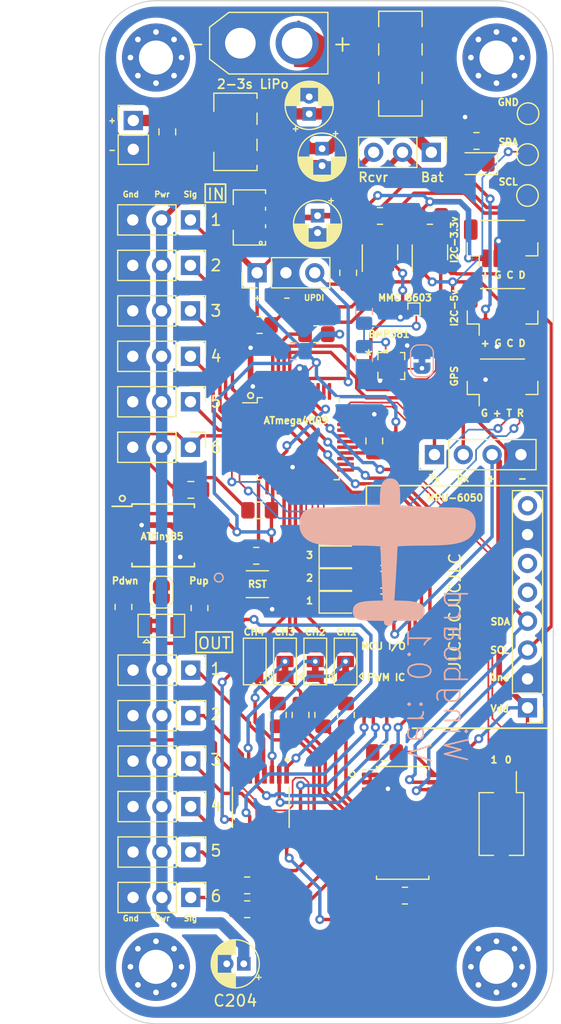
<source format=kicad_pcb>
(kicad_pcb (version 20211014) (generator pcbnew)
  (layers (0 "F.Cu" signal) (31 "B.Cu" signal) (34 "B.Paste" user) (35 "F.Paste" user) (36 "B.SilkS" user "B.Silkscreen") (37 "F.SilkS" user "F.Silkscreen") (38 "B.Mask" user) (39 "F.Mask" user) (44 "Edge.Cuts" user))
  (net 0 "")
  (net 1 "GND")
  (net 2 "VDD")
  (net 3 "VCC")
  (net 4 "+3V3")
  (net 5 "Net-(D105-Pad2)")
  (net 6 "Net-(D106-Pad2)")
  (net 7 "Net-(D107-Pad2)")
  (net 8 "Net-(D108-Pad2)")
  (net 9 "Net-(D201-Pad1)")
  (net 10 "/UPDI_PIN")
  (net 11 "UART_MCU_TX")
  (net 12 "UART_MCU_RX")
  (net 13 "+5VA")
  (net 14 "I2C_SCL")
  (net 15 "I2C_SDA")
  (net 16 "/Sensors Assembly/XDA")
  (net 17 "/Sensors Assembly/XCL")
  (net 18 "/Sensors Assembly/INT")
  (net 19 "UART_1_MCU_TX")
  (net 20 "UART_1_MCU_RX")
  (net 21 "I2C_SCL_3v")
  (net 22 "I2C_SDA_3v")
  (net 23 "PWM_IN_1")
  (net 24 "PWM_IN_2")
  (net 25 "PWM_IN_3")
  (net 26 "PWM_IN_4")
  (net 27 "PWM_IN_5")
  (net 28 "PWM_IN_6")
  (net 29 "/PWM Connections/PWM O1")
  (net 30 "/PWM Connections/PWM O2")
  (net 31 "/PWM Connections/PWM O3")
  (net 32 "/PWM Connections/PWM O4")
  (net 33 "Net-(JP301-Pad1)")
  (net 34 "Net-(JP401-Pad1)")
  (net 35 "/PWM Connections/CTRL_OVERRIDE")
  (net 36 "Net-(JP401-Pad3)")
  (net 37 "/PWM Connections/PWM CTRL 0")
  (net 38 "/PWM Connections/PWM TO MUX 1")
  (net 39 "MCU_PWM_OUT_1")
  (net 40 "/PWM Connections/PWM CTRL 1")
  (net 41 "/PWM Connections/PWM TO MUX 2")
  (net 42 "MCU_PWM_OUT_2")
  (net 43 "/PWM Connections/PWM CTRL 2")
  (net 44 "/PWM Connections/PWM TO MUX 3")
  (net 45 "MCU_PWM_OUT_3")
  (net 46 "/PWM Connections/PWM CTRL 3")
  (net 47 "/PWM Connections/PWM TO MUX 4")
  (net 48 "MCU_PWM_OUT_4")
  (net 49 "Net-(JP406-Pad1)")
  (net 50 "MCU_RESET")
  (net 51 "Net-(R401-Pad2)")
  (net 52 "Net-(R402-Pad1)")
  (net 53 "Net-(R403-Pad1)")
  (net 54 "Net-(R404-Pad1)")
  (net 55 "Net-(R405-Pad1)")
  (net 56 "/DIP_A0")
  (net 57 "/DIP_A1")
  (net 66 "/PWM Connections/PWM_OUT5")
  (net 67 "/PWM Connections/PWM_OUT6")
  (net 81 "Net-(R408-Pad1)")
  (net 82 "Net-(R409-Pad1)")
  (net 83 "/STAT_4")
  (net 84 "/STAT_3")
  (net 85 "/STAT_2")
  (net 86 "/STAT_1")
  (net 98 "/Power Assembly/BAT+")
  (net 99 "/Power Assembly/5V_REG_IN")
  (footprint "Connector_PinHeader_2.54mm:PinHeader_1x08_P2.54mm_Vertical" (layer "F.Cu") (at 171.2 106.675 180)
    (fp_text reference "J301" hide)
    (fp_text value "MPU-6050")
  )
  (footprint "Connector_PinHeader_2.54mm:PinHeader_1x03_P2.54mm_Vertical" (layer "F.Cu") (at 147.375 68.4 90)
    (fp_text reference "J101" hide)
    (fp_text value "UPDI")
  )
  (footprint "Connector_PinHeader_2.54mm:PinHeader_1x03_P2.54mm_Vertical" (layer "F.Cu") (at 141.5 67.75 -90)
    (fp_text reference "J402" hide)
    (fp_text value "PWM_IN2")
  )
  (footprint "Package_TO_SOT_SMD:SOT-23" (layer "F.Cu") (at 162.6 66.6 90)
    (fp_text reference "Q301" hide)
    (fp_text value "BSS138")
  )
  (footprint "Capacitor_THT:CP_Radial_D4.0mm_P1.50mm" (layer "F.Cu") (at 146.2 129.2 180)
    (fp_text reference "C204")
    (fp_text value "10u")
  )
  (footprint "TestPoint:TestPoint_Pad_D1.5mm" (layer "F.Cu") (at 171.2 61.6)
    (fp_text reference "TP103" hide)
    (fp_text value "TP_SCL")
  )
  (footprint "Resistor_SMD:R_0805_2012Metric_Pad1.20x1.40mm_HandSolder" (layer "F.Cu") (at 166.7 56.8 180)
    (fp_text reference "R201" hide)
    (fp_text value "LED_PWR")
  )
  (footprint "Connector_AMASS:AMASS_XT30U-M_1x02_P5.0mm_Vertical" (layer "F.Cu") (at 145.9 48.2)
    (fp_text reference "BT201" hide)
    (fp_text value "Battery")
  )
  (footprint "Connector_PinHeader_2.54mm:PinHeader_1x03_P2.54mm_Vertical" (layer "F.Cu") (at 141.525 123.364466 -90)
    (fp_text reference "J412" hide)
    (fp_text value "PWM_OUT6")
  )
  (footprint "Button_Switch_SMD:SW_DPDT_MSS22D18_6pin_bje" (layer "F.Cu") (at 160 50 90)
    (fp_text reference "SW201" hide)
    (fp_text value "SW_POWER")
  )
  (footprint "Resistor_SMD:R_0805_2012Metric_Pad1.20x1.40mm_HandSolder" (layer "F.Cu") (at 146.5 122.3 180)
    (fp_text reference "R408" hide)
    (fp_text value "220")
  )
  (footprint "Resistor_SMD:R_0805_2012Metric_Pad1.20x1.40mm_HandSolder" (layer "F.Cu") (at 158.5 91.421428 180)
    (fp_text reference "R108" hide)
    (fp_text value "1k")
  )
  (footprint "Connector_PinHeader_2.54mm:PinHeader_1x03_P2.54mm_Vertical" (layer "F.Cu") (at 141.525 119.364466 -90)
    (fp_text reference "J411" hide)
    (fp_text value "PWM_OUT5")
  )
  (footprint "Resistor_SMD:R_0805_2012Metric_Pad1.20x1.40mm_HandSolder" (layer "F.Cu") (at 160.4 123.2)
    (fp_text reference "R401" hide)
    (fp_text value "10k")
  )
  (footprint "Connector_PinHeader_2.54mm:PinHeader_1x03_P2.54mm_Vertical" (layer "F.Cu") (at 141.5 79.75 -90)
    (fp_text reference "J405" hide)
    (fp_text value "PWM_IN5")
  )
  (footprint "Connector_PinHeader_2.54mm:PinHeader_1x03_P2.54mm_Vertical" (layer "F.Cu") (at 141.5 71.75 -90)
    (fp_text reference "J403" hide)
    (fp_text value "PWM_IN3")
  )
  (footprint "LED_SMD:LED_0805_2012Metric_Pad1.15x1.40mm_HandSolder" (layer "F.Cu") (at 166.7 58.8 180)
    (fp_text reference "D201" hide)
    (fp_text value "5V")
  )
  (footprint "Capacitor_SMD:C_0805_2012Metric_Pad1.18x1.45mm_HandSolder" (layer "F.Cu") (at 141.5375 87.5 180)
    (fp_text reference "C402" hide)
    (fp_text value "100n")
  )
  (footprint "Jumper:SolderJumper-3_P1.3mm_Bridged12_Pad1.0x1.5mm" (layer "F.Cu") (at 155.166666 102.6 90)
    (fp_text reference "JP402" hide)
    (fp_text value "PWM_OUT1_BRIDGE")
  )
  (footprint "Capacitor_SMD:C_0805_2012Metric_Pad1.18x1.45mm_HandSolder" (layer "F.Cu") (at 157.7 83.2 90)
    (fp_text reference "C102" hide)
    (fp_text value "100n")
  )
  (footprint "Capacitor_SMD:C_0805_2012Metric_Pad1.18x1.45mm_HandSolder" (layer "F.Cu") (at 158.6 110.6 180)
    (fp_text reference "C401" hide)
    (fp_text value "10u")
  )
  (footprint "Connector_PinHeader_2.54mm:PinHeader_1x03_P2.54mm_Vertical" (layer "F.Cu") (at 141.525 107.364466 -90)
    (fp_text reference "J408" hide)
    (fp_text value "PWM_OUT2")
  )
  (footprint "Resistor_SMD:R_0805_2012Metric_Pad1.20x1.40mm_HandSolder" (layer "F.Cu") (at 147.3 93.3 180)
    (fp_text reference "R112" hide)
    (fp_text value "10k")
  )
  (footprint "Proj ICs:AZ1117CR-3.3TRG1" (layer "F.Cu") (at 146.6967 63.535 90)
    (fp_text reference "U202" hide)
    (fp_text value "AZ1117-3.3" hide)
  )
  (footprint "Connector_PinHeader_2.54mm:PinHeader_1x03_P2.54mm_Vertical" (layer "F.Cu") (at 141.525 115.364466 -90)
    (fp_text reference "J410" hide)
    (fp_text value "PWM_OUT4")
  )
  (footprint "Capacitor_THT:CP_Radial_D4.0mm_P1.50mm" (layer "F.Cu") (at 152.7 63.377401 -90)
    (fp_text reference "C205" hide)
    (fp_text value "22u")
  )
  (footprint "Connector_PinHeader_2.54mm:PinHeader_1x04_P2.54mm_Vertical" (layer "F.Cu") (at 163 84.4 90)
    (fp_text reference "J102" hide)
    (fp_text value "UART0")
  )
  (footprint "Connector_JST:JST_SH_BM04B-SRSS-TB_1x04-1MP_P1.00mm_Vertical" (layer "F.Cu") (at 169 71.8)
    (fp_text reference "J303" hide)
    (fp_text value "I2C_X_5V")
  )
  (footprint "MountingHole:MountingHole_3mm_Pad_Via" (layer "F.Cu") (at 168.464466 49.464466)
    (fp_text reference "H103" hide)
    (fp_text value "MountingHole" hide)
  )
  (footprint "LED_SMD:LED_0805_2012Metric_Pad1.15x1.40mm_HandSolder" (layer "F.Cu") (at 154.7 91.407143)
    (fp_text reference "D105" hide)
    (fp_text value "STAT4")
  )
  (footprint "Package_TO_SOT_SMD:SOT-23" (layer "F.Cu") (at 158.2 66.6 90)
    (fp_text reference "Q302" hide)
    (fp_text value "BSS138")
  )
  (footprint "Package_QFP:TQFP-48_7x7mm_P0.5mm" (layer "F.Cu") (at 151 83)
    (fp_text reference "U101" hide)
    (fp_text value "ATmega4809-A")
  )
  (footprint "TestPoint:TestPoint_Pad_D1.5mm" (layer "F.Cu") (at 171.2 58)
    (fp_text reference "TP102" hide)
    (fp_text value "TP_SDA")
  )
  (footprint "Switch:R-668127" (layer "F.Cu") (at 147.4 95.8)
    (fp_text reference "SW103" hide)
    (fp_text value "SW_SPST" hide)
  )
  (footprint "Proj ICs:AZ1117CH-5.0TRG1" (layer "F.Cu") (at 145.464466 56 90)
    (fp_text reference "U201" hide)
    (fp_text value "AZ1117-5.0" hide)
  )
  (footprint "LED_SMD:LED_0805_2012Metric_Pad1.15x1.40mm_HandSolder" (layer "F.Cu") (at 154.7 97.385714)
    (fp_text reference "D108" hide)
    (fp_text value "STAT7")
  )
  (footprint "LED_SMD:LED_0805_2012Metric_Pad1.15x1.40mm_HandSolder" (layer "F.Cu") (at 154.7 93.4)
    (fp_text reference "D106" hide)
    (fp_text value "STAT5")
  )
  (footprint "Resistor_SMD:R_0805_2012Metric_Pad1.20x1.40mm_HandSolder" (layer "F.Cu") (at 151.2 107.3 90)
    (fp_text reference "R404" hide)
    (fp_text value "220")
  )
  (footprint "Jumper:SolderJumper-3_P1.3mm_Bridged12_Pad1.0x1.5mm" (layer "F.Cu") (at 149.833334 102.6 90)
    (fp_text reference "JP404" hide)
    (fp_text value "PWM_OUT3_BRIDGE")
  )
  (footprint "Resistor_SMD:R_0805_2012Metric_Pad1.20x1.40mm_HandSolder" (layer "F.Cu") (at 158.5 95.407142 180)
    (fp_text reference "R110" hide)
    (fp_text value "1k")
  )
  (footprint "Jumper:SolderJumper-2_P1.3mm_Bridged2Bar_RoundedPad1.0x1.5mm" (layer "F.Cu") (at 138.935534 96.5 -90)
    (fp_text reference "JP406" hide)
    (fp_text value "OVR BRIDGE")
  )
  (footprint "MountingHole:MountingHole_3mm_Pad_Via" (layer "F.Cu") (at 138.464466 49.464466)
    (fp_text reference "H104" hide)
    (fp_text value "MountingHole" hide)
  )
  (footprint "MountingHole:MountingHole_3mm_Pad_Via" (layer "F.Cu") (at 168.464466 129.464466)
    (fp_text reference "H102" hide)
    (fp_text value "MountingHole")
  )
  (footprint "Resistor_SMD:R_0805_2012Metric_Pad1.20x1.40mm_HandSolder" (layer "F.Cu") (at 153.2 107.3 90)
    (fp_text reference "R403" hide)
    (fp_text value "220")
  )
  (footprint "Resistor_SMD:R_0805_2012Metric_Pad1.20x1.40mm_HandSolder" (layer "F.Cu") (at 149.2 107.3 90)
    (fp_text reference "R405" hide)
    (fp_text value "220")
  )
  (footprint "Resistor_SMD:R_0805_2012Metric_Pad1.20x1.40mm_HandSolder" (layer "F.Cu") (at 158.2 63.4)
    (fp_text reference "R302" hide)
    (fp_text value "10k")
  )
  (footprint "Connector_PinHeader_2.54mm:PinHeader_1x03_P2.54mm_Vertical" (layer "F.Cu") (at 141.5 63.75 -90)
    (fp_text reference "J401" hide)
    (fp_text value "PWM_IN1")
  )
  (footprint "Resistor_SMD:R_0805_2012Metric_Pad1.20x1.40mm_HandSolder" (layer "F.Cu") (at 152.6 73.8 180)
    (fp_text reference "R102" hide)
    (fp_text value "10k")
  )
  (footprint "Button_Switch_SMD:SW_DIP_SPSTx02_Slide_Copal_CHS-02B_W7.62mm_P1.27mm" (layer "F.Cu") (at 168.9 116.9 -90)
    (fp_text reference "SW101" hide)
    (fp_text value "DIPA")
  )
  (footprint "Resistor_SMD:R_0805_2012Metric_Pad1.20x1.40mm_HandSolder" (layer "F.Cu") (at 158.5 97.4 180)
    (fp_text reference "R111" hide)
    (fp_text value "1k")
  )
  (footprint "Capacitor_SMD:C_0805_2012Metric_Pad1.18x1.45mm_HandSolder" (layer "F.Cu") (at 147.6 89.3 180)
    (fp_text reference "C103" hide)
    (fp_text value "100n")
  )
  (footprint "Capacitor_SMD:C_0805_2012Metric_Pad1.18x1.45mm_HandSolder" (layer "F.Cu") (at 139.464466 56 -90)
    (fp_text reference "C203" hide)
    (fp_text value "10u")
  )
  (footprint "Proj Sensors:BMP581" (layer "F.Cu") (at 159.2 76.6)
    (fp_text reference "U302" hide)
    (fp_text value "BMP581")
  )
  (footprint "LED_SMD:LED_0805_2012Metric_Pad1.15x1.40mm_HandSolder" (layer "F.Cu") (at 154.7 95.392857)
    (fp_text reference "D107" hide)
    (fp_text value "STAT6")
  )
  (footprint "Resistor_SMD:R_0805_2012Metric_Pad1.20x1.40mm_HandSolder" (layer "F.Cu") (at 147.6 73)
    (fp_text reference "R103" hide)
    (fp_text value "10k")
  )
  (footprint "Connector_PinHeader_2.54mm:PinHeader_1x02_P2.54mm_Vertical" (layer "F.Cu") (at 136.464466 55)
    (fp_text reference "J202" hide)
    (fp_text value "Vin")
  )
  (footprint "Jumper:SolderJumper-3_P1.3mm_Bridged12_Pad1.0x1.5mm" (layer "F.Cu") (at 147.166668 102.6 90)
    (fp_text reference "JP405" hide)
    (fp_text value "PWM_OUT4_BRIDGE")
  )
  (footprint "Connector_PinHeader_2.54mm:PinHeader_1x03_P2.54mm_Vertical" (layer "F.Cu") (at 141.5 83.75 -90)
    (fp_text reference "J406" hide)
    (fp_text value "PWM_IN6")
  )
  (footprint "Connector_PinHeader_2.54mm:PinHeader_1x03_P2.54mm_Vertical" (layer "F.Cu") (at 141.525 103.364466 -90)
    (fp_text reference "J407" hide)
    (fp_text value "PWM_OUT1")
  )
  (footprint "Connector_JST:JST_SH_BM04B-SRSS-TB_1x04-1MP_P1.00mm_Vertical" (layer "F.Cu") (at 169 78)
    (fp_text reference "J302" hide)
    (fp_text value "BN-220 GPS")
  )
  (footprint "MountingHole:MountingHole_3mm_Pad_Via" (layer "F.Cu") (at 138.464466 129.464466)
    (fp_text reference "H101" hide)
    (fp_text value "MountingHole")
  )
  (footprint "Connector_PinHeader_2.54mm:PinHeader_1x03_P2.54mm_Vertical" (layer "F.Cu") (at 141.5 75.75 -90)
    (fp_text reference "J404" hide)
    (fp_text value "PWM_IN4")
  )
  (footprint "Package_BGA:WLP-4_0.86x0.86mm_P0.4mm" (layer "F.Cu") (at 161.2 71.6 90)
    (fp_text reference "U301" hide)
    (fp_text value "MMC5603")
  )
  (footprint "Jumper:SolderJumper-3_P1.3mm_Bridged2Bar12_Pad1.0x1.5mm" (layer "F.Cu") (at 138.935534 99.45)
    (fp_text reference "JP401" hide)
    (fp_text value "OVR UP/DOWN")
  )
  (footprint "Package_SO:TSSOP-28_4.4x9.7mm_P0.65mm" (layer "F.Cu") (at 160.2 116.8)
    (fp_text reference "U401" hide)
    (fp_text value "PCA9685PW")
  )
  (footprint "Resistor_SMD:R_0805_2012Metric_Pad1.20x1.40mm_HandSolder" (layer "F.Cu") (at 155.2 107.3 90)
    (fp_text reference "R402" hide)
    (fp_text value "220")
  )
  (footprint "Package_SO:SOIC-8W_5.3x5.3mm_P1.27mm" (layer "F.Cu") (at 139.1 91.5)
    (fp_text reference "U402" hide)
    (fp_text value "ATtiny85-20S")
  )
  (footprint "Resistor_SMD:R_0805_2012Metric_Pad1.20x1.40mm_HandSolder" (layer "F.Cu") (at 162.6 63.4)
    (fp_text reference "R301" hide)
    (fp_text value "10k")
  )
  (footprint "Resistor_SMD:R_0805_2012Metric_Pad1.20x1.40mm_HandSolder" (layer "F.Cu") (at 146.5 124.4 180)
    (fp_text reference "R409" hide)
    (fp_text value "220")
  )
  (footprint "Capacitor_THT:CP_Radial_D4.0mm_P1.50mm" (layer "F.Cu") (at 151.964466 54.4226 90)
    (fp_text reference "C201" hide)
    (fp_text value "10u")
  )
  (footprint "Jumper:SolderJumper-3_P1.3mm_Bridged12_Pad1.0x1.5mm" (layer "F.Cu") (at 152.5 102.6 90)
    (fp_text reference "JP403" hide)
    (fp_text value "PWM_OUT2_BRIDGE")
  )
  (footprint "Resistor_SMD:R_0805_2012Metric_Pad1.20x1.40mm_HandSolder" (layer "F.Cu") (at 135.6 97.8 -90)
    (fp_text reference "R407" hide)
    (fp_text value "10k")
  )
  (footprint "Resistor_SMD:R_0805_2012Metric_Pad1.20x1.40mm_HandSolder" (layer "F.Cu") (at 158.5 93.414285 180)
    (fp_text reference "R109" hide)
    (fp_text value "1k")
  )
  (footprint "Capacitor_THT:CP_Radial_D4.0mm_P1.50mm" (layer "F.Cu") (at 153.1 57.477401 -90)
    (fp_text reference "C202" hide)
    (fp_text value "22u")
  )
  (footprint "Resistor_SMD:R_0805_2012Metric_Pad1.20x1.40mm_HandSolder" (layer "F.Cu") (at 155.4 68.4 -90)
    (fp_text reference "R101" hide)
    (fp_text value "50k")
  )
  (footprint "Connector_PinHeader_2.54mm:PinHeader_1x03_P2.54mm_Vertical" (layer "F.Cu") (at 141.525 111.364466 -90)
    (fp_text reference "J409" hide)
    (fp_text value "PWM_OUT3")
  )
  (footprint "Connector_PinHeader_2.54mm:PinHeader_1x03_P2.54mm_Vertical" (layer "F.Cu") (at 162.725 57.8 -90)
    (fp_text reference "J201" hide)
    (fp_text value "PWR_SEL")
  )
  (footprint "TestPoint:TestPoint_Pad_D1.5mm" (layer "F.Cu") (at 171.25 54.4)
    (fp_text reference "TP104" hide)
    (fp_text value "TP_GND")
  )
  (footprint "Proj ICs:SOP65P640X120-16N" (layer "F.Cu") (at 147.7 115.43 -90)
    (fp_text reference "U403" hide)
    (fp_text value "74157")
  )
  (footprint "Resistor_SMD:R_0805_2012Metric_Pad1.20x1.40mm_HandSolder" (layer "F.Cu") (at 142.3 97.9 90)
    (fp_text reference "R406" hide)
    (fp_text value "10k")
  )
  (footprint "Connector_JST:JST_SH_BM04B-SRSS-TB_1x04-1MP_P1.00mm_Vertical" (layer "F.Cu") (at 169 65.8)
    (fp_text reference "J304" hide)
    (fp_text value "I2C_X_3.3V")
  )
  (footprint "Capacitor_SMD:C_0805_2012Metric_Pad1.18x1.45mm_HandSolder" (layer "B.Cu") (at 156.8 71.8 90)
    (fp_text reference "C301" hide)
    (fp_text value "2u2")
  )
  (footprint "Capacitor_SMD:C_0805_2012Metric_Pad1.18x1.45mm_HandSolder" (layer "B.Cu") (at 156.8 75.9375 -90)
    (fp_text reference "C302" hide)
    (fp_text value "100n")
  )
  (footprint "Capacitor_SMD:C_0805_2012Metric_Pad1.18x1.45mm_HandSolder" (layer "B.Cu") (at 150.5625 75.3 180)
    (fp_text reference "C101" hide)
    (fp_text value "100n")
  )
  (footprint "Jumper:SolderJumper-2_P1.3mm_Bridged_RoundedPad1.0x1.5mm" (layer "B.Cu") (at 161.9 76.15 90)
    (fp_text reference "JP301" hide)
    (fp_text value "CSB to GND")
  )
  (gr_poly (pts (xy 151.2 90.4) (xy 151.207031 90.311331) (xy 151.217801 90.226477) (xy 151.232208 90.14538) (xy 151.250154 90.067978) (xy 151.271539 89.994212) (xy 151.296263 89.924019) (xy 151.324225 89.857341) (xy 151.355327 89.794115) (xy 151.389469 89.734283) (xy 151.42655 89.677782) (xy 151.466471 89.624553) (xy 151.509132 89.574535) (xy 151.554433 89.527668) (xy 151.602275 89.483891) (xy 151.652558 89.443143) (xy 151.705181 89.405363) (xy 151.760046 89.370493) (xy 151.817052 89.338469) (xy 151.876099 89.309233) (xy 151.937088 89.282724) (xy 151.999919 89.25888) (xy 152.130708 89.218949) (xy 152.267667 89.188956) (xy 152.409998 89.168416) (xy 152.556903 89.156844) (xy 152.707583 89.153757) (xy 153.397061 89.147057) (xy 154.14356 89.12445) (xy 155.698358 89.052229) (xy 157.153443 88.978518) (xy 157.775303 88.954049) (xy 158.290284 88.944742) (xy 158.29412 88.75476) (xy 158.295049 88.558584) (xy 158.296155 88.157853) (xy 158.300316 87.958398) (xy 158.309539 87.762951) (xy 158.325816 87.574061) (xy 158.337222 87.482872) (xy 158.351139 87.394279) (xy 158.367815 87.308601) (xy 158.3875 87.226156) (xy 158.410443 87.147263) (xy 158.436892 87.072241) (xy 158.467096 87.001409) (xy 158.501305 86.935085) (xy 158.539768 86.873588) (xy 158.582733 86.817238) (xy 158.63045 86.766352) (xy 158.683168 86.72125) (xy 158.741135 86.68225) (xy 158.804601 86.649671) (xy 158.873814 86.623833) (xy 158.949024 86.605053) (xy 159.03048 86.59365) (xy 159.118431 86.589944) (xy 159.206184 86.594372) (xy 159.287063 86.606449) (xy 159.361339 86.625855) (xy 159.429285 86.652273) (xy 159.491174 86.685381) (xy 159.547277 86.724862) (xy 159.597866 86.770396) (xy 159.643215 86.821663) (xy 159.683595 86.878345) (xy 159.719279 86.940122) (xy 159.750539 87.006675) (xy 159.777646 87.077684) (xy 159.820495 87.231795) (xy 159.850004 87.399902) (xy 159.868351 87.579449) (xy 159.877714 87.767884) (xy 159.8782 88.161198) (xy 159.86889 88.559412) (xy 159.867207 88.942093) (xy 161.420309 89.042967) (xy 162.963574 89.112877) (xy 163.810769 89.136313) (xy 164.664104 89.145828) (xy 164.894925 89.150486) (xy 165.109333 89.16376) (xy 165.210465 89.173763) (xy 165.307594 89.186081) (xy 165.400754 89.200768) (xy 165.489977 89.217878) (xy 165.575297 89.237465) (xy 165.656748 89.259582) (xy 165.734363 89.284283) (xy 165.808175 89.311623) (xy 165.878218 89.341654) (xy 165.944525 89.37443) (xy 166.00713 89.410006) (xy 166.066067 89.448435) (xy 166.121367 89.489771) (xy 166.173066 89.534068) (xy 166.221196 89.581379) (xy 166.265791 89.631758) (xy 166.306885 89.685259) (xy 166.34451 89.741935) (xy 166.3787 89.801841) (xy 166.409488 89.865031) (xy 166.436909 89.931557) (xy 166.460995 90.001474) (xy 166.48178 90.074836) (xy 166.499297 90.151696) (xy 166.51358 90.232109) (xy 166.524662 90.316127) (xy 166.532577 90.403805) (xy 166.537357 90.495196) (xy 166.538111 90.586747) (xy 166.53446 90.67539) (xy 166.526463 90.761162) (xy 166.51418 90.8441) (xy 166.49767 90.924242) (xy 166.476994 91.001625) (xy 166.45221 91.076287) (xy 166.423379 91.148263) (xy 166.390559 91.217593) (xy 166.353811 91.284313) (xy 166.313194 91.348461) (xy 166.268768 91.410073) (xy 166.220592 91.469187) (xy 166.168725 91.525841) (xy 166.113229 91.580072) (xy 166.054161 91.631916) (xy 165.991582 91.681412) (xy 165.925551 91.728596) (xy 165.783371 91.81618) (xy 165.6281 91.894965) (xy 165.460214 91.965251) (xy 165.280189 92.027335) (xy 165.088502 92.081517) (xy 164.885629 92.128094) (xy 164.672049 92.167365) (xy 164.393487 92.206835) (xy 164.106081 92.237682) (xy 163.508301 92.277955) (xy 162.885838 92.297081) (xy 162.245826 92.30396) (xy 160.941679 92.31657) (xy 160.291807 92.340098) (xy 159.970541 92.360061) (xy 159.652911 92.386973) (xy 159.576963 93.890471) (xy 159.517636 94.931608) (xy 159.364508 97.337333) (xy 159.905387 97.342483) (xy 160.162694 97.34829) (xy 160.409401 97.357678) (xy 160.644125 97.371718) (xy 160.865481 97.391477) (xy 161.072086 97.418027) (xy 161.169425 97.434182) (xy 161.262557 97.452436) (xy 161.351309 97.472923) (xy 161.435509 97.495775) (xy 161.514984 97.521128) (xy 161.58956 97.549114) (xy 161.659065 97.579867) (xy 161.723325 97.613521) (xy 161.782168 97.650209) (xy 161.835421 97.690066) (xy 161.882911 97.733225) (xy 161.924464 97.77982) (xy 161.959909 97.829985) (xy 161.989071 97.883852) (xy 162.011779 97.941557) (xy 162.027858 98.003232) (xy 162.037137 98.069011) (xy 162.039441 98.139028) (xy 162.036395 98.209083) (xy 162.030294 98.274968) (xy 162.021231 98.336807) (xy 162.009299 98.394726) (xy 161.99459 98.448849) (xy 161.977196 98.4993) (xy 161.957211 98.546204) (xy 161.934726 98.589685) (xy 161.909834 98.629867) (xy 161.882628 98.666877) (xy 161.853201 98.700837) (xy 161.821644 98.731872) (xy 161.78805 98.760107) (xy 161.752513 98.785666) (xy 161.715123 98.808674) (xy 161.675975 98.829256) (xy 161.63516 98.847535) (xy 161.59277 98.863637) (xy 161.50364 98.889805) (xy 161.409324 98.908757) (xy 161.310562 98.921489) (xy 161.208095 98.928996) (xy 161.102662 98.932274) (xy 160.885862 98.93013) (xy 160.407378 98.921366) (xy 159.875814 98.917564) (xy 159.266613 98.916904) (xy 159.259709 98.974616) (xy 159.250567 99.034664) (xy 159.237178 99.104758) (xy 159.228783 99.141053) (xy 159.219199 99.176836) (xy 159.208383 99.211099) (xy 159.196291 99.242836) (xy 159.182882 99.271037) (xy 159.17567 99.283498) (xy 159.168112 99.294696) (xy 159.160204 99.304508) (xy 159.15194 99.312805) (xy 159.143314 99.319464) (xy 159.134322 99.324356) (xy 159.11341 99.333072) (xy 159.090565 99.340381) (xy 159.066084 99.346302) (xy 159.040267 99.350855) (xy 159.01341 99.354059) (xy 158.985814 99.355934) (xy 158.957776 99.356498) (xy 158.929594 99.355772) (xy 158.901568 99.353775) (xy 158.873995 99.350526) (xy 158.847175 99.346045) (xy 158.821405 99.340351) (xy 158.796984 99.333463) (xy 158.77421 99.325401) (xy 158.753382 99.316185) (xy 158.734798 99.305834) (xy 158.725656 99.299395) (xy 158.717071 99.291557) (xy 158.709023 99.282426) (xy 158.701498 99.272106) (xy 158.694476 99.260703) (xy 158.68794 99.248322) (xy 158.681873 99.235068) (xy 158.676258 99.221045) (xy 158.666313 99.191118) (xy 158.657964 99.15938) (xy 158.651073 99.126674) (xy 158.645499 99.093839) (xy 158.641104 99.061718) (xy 158.637747 99.03115) (xy 158.633592 98.978042) (xy 158.631607 98.927481) (xy 157.768403 98.918545) (xy 157.347217 98.913708) (xy 156.940916 98.903662) (xy 156.841775 98.899494) (xy 156.743351 98.892515) (xy 156.646485 98.882087) (xy 156.552019 98.86757) (xy 156.460792 98.848325) (xy 156.416656 98.836729) (xy 156.373646 98.823711) (xy 156.331867 98.809192) (xy 156.291423 98.79309) (xy 156.25242 98.775327) (xy 156.214963 98.755823) (xy 156.179157 98.734497) (xy 156.145107 98.711269) (xy 156.112918 98.68606) (xy 156.082696 98.658789) (xy 156.054546 98.629377) (xy 156.028572 98.597744) (xy 156.00488 98.56381) (xy 155.983575 98.527495) (xy 155.964762 98.488718) (xy 155.948547 98.447401) (xy 155.935033 98.403463) (xy 155.924328 98.356824) (xy 155.916535 98.307404) (xy 155.911759 98.255123) (xy 155.910107 98.199902) (xy 155.911683 98.141661) (xy 155.923403 98.026355) (xy 155.946906 97.92218) (xy 155.98405 97.82861) (xy 156.036698 97.745116) (xy 156.106709 97.671172) (xy 156.195944 97.606252) (xy 156.306262 97.549826) (xy 156.439525 97.50137) (xy 156.597593 97.460354) (xy 156.782325 97.426253) (xy 156.995583 97.39854) (xy 157.239227 97.376686) (xy 157.515117 97.360166) (xy 157.825113 97.348452) (xy 158.554867 97.337333) (xy 158.441752 94.997089) (xy 158.33261 92.386973) (xy 158.01051 92.358315) (xy 157.678154 92.337056) (xy 156.988287 92.312101) (xy 155.547221 92.299987) (xy 154.818469 92.294288) (xy 154.099205 92.276465) (xy 153.400652 92.237248) (xy 153.06265 92.206719) (xy 152.734034 92.167365) (xy 152.573641 92.132886) (xy 152.418387 92.089862) (xy 152.269008 92.038118) (xy 152.126241 91.977479) (xy 151.990823 91.907772) (xy 151.926099 91.869463) (xy 151.863488 91.828821) (xy 151.803083 91.785825) (xy 151.744975 91.740453) (xy 151.689257 91.692682) (xy 151.636019 91.642492) (xy 151.585356 91.58986) (xy 151.537357 91.534764) (xy 151.492116 91.477183) (xy 151.449725 91.417095) (xy 151.410276 91.354478) (xy 151.37386 91.289311) (xy 151.34057 91.221571) (xy 151.310498 91.151236) (xy 151.283735 91.078286) (xy 151.260375 91.002697) (xy 151.240508 90.924449) (xy 151.224227 90.843519) (xy 151.211625 90.759886) (xy 151.202792 90.673527) (xy 151.197822 90.584422) (xy 151.196806 90.492547)) (layer "B.SilkS") (width 0.2) (fill solid))
  (gr_line (start 142 100) (end 145.2 100) (layer "F.SilkS") (width 0.15))
  (gr_line (start 157 87.13) (end 157 90.13) (layer "F.SilkS") (width 0.15))
  (gr_line (start 157 87.13) (end 173 87.13) (layer "F.SilkS") (width 0.15))
  (gr_circle (center 146.8 79.2) (end 146.55 79.2) (layer "F.SilkS") (width 0.15) (fill none))
  (gr_circle (center 135.5 88.25) (end 135.25 88.25) (layer "F.SilkS") (width 0.15) (fill none))
  (gr_line (start 142.4 101.8) (end 144.8 101.8) (layer "F.SilkS") (width 0.15))
  (gr_line (start 161.06 108.47) (end 173.01 108.47) (layer "F.SilkS") (width 0.15))
  (gr_line (start 145.2 101.8) (end 144.8 101.8) (layer "F.SilkS") (width 0.15))
  (gr_line (start 145.2 100) (end 145.2 101.8) (layer "F.SilkS") (width 0.15))
  (gr_circle (center 155.75 112.5) (end 156 112.5) (layer "F.SilkS") (width 0.15) (fill none))
  (gr_line (start 142.4 101.8) (end 142 101.8) (layer "F.SilkS") (width 0.15))
  (gr_rect (start 142.8 60.6) (end 144.6 62.2) (layer "F.SilkS") (width 0.15) (fill none))
  (gr_line (start 142 101.8) (end 142 100) (layer "F.SilkS") (width 0.15))
  (gr_arc (start 133.464466 49.464466) (mid 134.928932 45.928932) (end 138.464466 44.464466) (layer "Edge.Cuts") (width 0.1))
  (gr_arc (start 138.464466 134.464466) (mid 134.928932 133) (end 133.464466 129.464466) (layer "Edge.Cuts") (width 0.1))
  (gr_arc (start 173.464466 129.464466) (mid 172 133) (end 168.464466 134.464466) (layer "Edge.Cuts") (width 0.1))
  (gr_line (start 138.464466 44.464466) (end 168.464466 44.464466) (layer "Edge.Cuts") (width 0.1))
  (gr_line (start 168.464466 134.464466) (end 138.464466 134.464466) (layer "Edge.Cuts") (width 0.1))
  (gr_line (start 133.464466 129.464466) (end 133.464466 49.464466) (layer "Edge.Cuts") (width 0.1))
  (gr_line (start 173.464466 49.464466) (end 173.464466 129.464466) (layer "Edge.Cuts") (width 0.1))
  (gr_arc (start 168.464466 44.464466) (mid 172 45.928932) (end 173.464466 49.464466) (layer "Edge.Cuts") (width 0.1))
  (gr_text "Wingboard\nVer: 0.1" (at 163.2 111.6 270) (layer "B.SilkS") (effects (font (size 2 2)) (justify left mirror)))
  (gr_text "CH2" (at 152.5 100) (layer "F.SilkS") (effects (font (size 0.6 0.6))))
  (gr_text "4" (at 152 91.25) (layer "F.SilkS") (effects (font (size 0.6 0.6))))
  (gr_text "ATtiny85" (at 139 91.6) (layer "F.SilkS") (effects (font (size 0.6 0.6))))
  (gr_text "Pwr" (at 139 125.2) (layer "F.SilkS") (effects (font (size 0.5 0.5) (thickness 0.125))))
  (gr_text "+ G C D" (at 167 74.6) (layer "F.SilkS") (effects (font (size 0.6 0.6)) (justify left)))
  (gr_text "3" (at 143.75 71.75) (layer "F.SilkS") (effects (font (size 1 1))))
  (gr_text "+" (at 147.4 70.6) (layer "F.SilkS") (effects (font (size 0.5 0.5) (thickness 0.125))))
  (gr_text "-" (at 150 70.6) (layer "F.SilkS") (effects (font (size 0.5 0.5) (thickness 0.125))))
  (gr_text "2\n" (at 152 95.25) (layer "F.SilkS") (effects (font (size 0.6 0.6))))
  (gr_text "Rx" (at 165.5 86.5) (layer "F.SilkS") (effects (font (size 0.6 0.6))))
  (gr_text "G + T R" (at 167 80.75) (layer "F.SilkS") (effects (font (size 0.6 0.6)) (justify left)))
  (gr_text "I2C-5v" (at 164.75 71.5 90) (layer "F.SilkS") (effects (font (size 0.6 0.6))))
  (gr_text "+ G C D" (at 167 68.6) (layer "F.SilkS") (effects (font (size 0.6 0.6)) (justify left)))
  (gr_text "MMC 5603" (at 160.4 70.6) (layer "F.SilkS") (effects (font (size 0.6 0.6))))
  (gr_text "Pup" (at 142.25 95.5) (layer "F.SilkS") (effects (font (size 0.6 0.6))))
  (gr_text "2-3s LiPo" (at 147 51.8) (layer "F.SilkS") (effects (font (size 0.8 0.8))))
  (gr_text "+" (at 168 86.5) (layer "F.SilkS") (effects (font (size 0.6 0.6))))
  (gr_text "OUT\n" (at 143.6 101) (layer "F.SilkS") (effects (font (size 1 1))))
  (gr_text "1" (at 143.75 63.75) (layer "F.SilkS") (effects (font (size 1 1))))
  (gr_text "6" (at 143.75 83.75) (layer "F.SilkS") (effects (font (size 1 1))))
  (gr_text "CH4\n" (at 147.1 100) (layer "F.SilkS") (effects (font (size 0.6 0.6))))
  (gr_text "1" (at 143.75 103.25) (layer "F.SilkS") (effects (font (size 1 1))))
  (gr_text "2" (at 143.75 67.75) (layer "F.SilkS") (effects (font (size 1 1))))
  (gr_text "-" (at 170.75 86.5) (layer "F.SilkS") (effects (font (size 0.6 0.6))))
  (gr_text "Pdwn" (at 135.75 95.5) (layer "F.SilkS") (effects (font (size 0.6 0.6))))
  (gr_text "3" (at 143.75 111.25) (layer "F.SilkS") (effects (font (size 1 1))))
  (gr_text "Bat" (at 162.8 60) (layer "F.SilkS") (effects (font (size 0.8 0.8))))
  (gr_text "PWM IC" (at 158.75 104) (layer "F.SilkS") (effects (font (size 0.6 0.6))))
  (gr_text "ATmega4809" (at 150.8 81.4) (layer "F.SilkS") (effects (font (size 0.6 0.6))))
  (gr_text "SDA\n" (at 168.8 99.1) (layer "F.SilkS") (effects (font (size 0.6 0.6))))
  (gr_text "1" (at 168.25 111.25) (layer "F.SilkS") (effects (font (size 0.6 0.6))))
  (gr_text "UPDI" (at 152.4 70.6) (layer "F.SilkS") (effects (font (size 0.5 0.5) (thickness 0.125))))
  (gr_text "GND" (at 169.5 53.4) (layer "F.SilkS") (effects (font (size 0.6 0.6))))
  (gr_text "Rcvr" (at 157.6 60) (layer "F.SilkS") (effects (font (size 0.8 0.8))))
  (gr_text "Gnd" (at 136.25 125.2) (layer "F.SilkS") (effects (font (size 0.5 0.5) (thickness 0.125))))
  (gr_text "JLCJLCJLCJLC" (at 164.8 98.2 90) (layer "F.SilkS") (effects (font (size 1 1))))
  (gr_text "MCU I/O" (at 158.5 101.25) (layer "F.SilkS") (effects (font (size 0.6 0.6))))
  (gr_text "GPS" (at 164.75 77.5 90) (layer "F.SilkS") (effects (font (size 0.6 0.6))))
  (gr_text "5" (at 143.75 79.75) (layer "F.SilkS") (effects (font (size 1 1))))
  (gr_text "IN\n" (at 143.75 61.5) (layer "F.SilkS") (effects (font (size 1 1))))
  (gr_text "Pwr" (at 139 61.5) (layer "F.SilkS") (effects (font (size 0.5 0.5) (thickness 0.125))))
  (gr_text "Sig" (at 141.5 125.2) (layer "F.SilkS") (effects (font (size 0.5 0.5) (thickness 0.125))))
  (gr_text "5" (at 143.75 119.25) (layer "F.SilkS") (effects (font (size 1 1))))
  (gr_text "4" (at 143.75 75.75) (layer "F.SilkS") (effects (font (size 1 1))))
  (gr_text "Tx" (at 163 86.5) (layer "F.SilkS") (effects (font (size 0.6 0.6))))
  (gr_text "Sig" (at 141.5 61.5) (layer "F.SilkS") (effects (font (size 0.5 0.5) (thickness 0.125))))
  (gr_text "SCL" (at 169.5 60.4) (layer "F.SilkS") (effects (font (size 0.6 0.6))))
  (gr_text "+" (at 134.6 55) (layer "F.SilkS") (effects (font (size 0.5 0.5) (thickness 0.125))))
  (gr_text "Vdd\n" (at 168.75 106.75) (layer "F.SilkS") (effects (font (size 0.6 0.6))))
  (gr_text "0" (at 169.5 111.25) (layer "F.SilkS") (effects (font (size 0.6 0.6))))
  (gr_text "SDA" (at 169.5 56.9) (layer "F.SilkS") (effects (font (size 0.6 0.6))))
  (gr_text "4" (at 143.75 115.25) (layer "F.SilkS") (effects (font (size 1 1))))
  (gr_text "I2C-3.3v" (at 164.75 65.5 90) (layer "F.SilkS") (effects (font (size 0.6 0.6))))
  (gr_text "MPU-6050" (at 164.8 88.2) (layer "F.SilkS") (effects (font (size 0.6 0.6))))
  (gr_text "SCL" (at 168.75 101.6) (layer "F.SilkS") (effects (font (size 0.6 0.6))))
  (gr_text "Gnd" (at 136.25 61.5) (layer "F.SilkS") (effects (font (size 0.5 0.5) (thickness 0.125))))
  (gr_text "6" (at 143.75 123.25) (layer "F.SilkS") (effects (font (size 1 1))))
  (gr_text "Status\n" (at 154.8 89.6) (layer "F.SilkS") (effects (font (size 0.6 0.6))))
  (gr_text "CH3" (at 149.8 100) (layer "F.SilkS") (effects (font (size 0.6 0.6))))
  (gr_text "1" (at 152 97.25) (layer "F.SilkS") (effects (font (size 0.6 0.6))))
  (gr_text "-" (at 134.6 57.6) (layer "F.SilkS") (effects (font (size 0.5 0.5) (thickness 0.125))))
  (gr_text "2" (at 143.75 107.25) (layer "F.SilkS") (effects (font (size 1 1))))
  (gr_text "Gnd\n" (at 168.75 104) (layer "F.SilkS") (effects (font (size 0.6 0.6))))
  (gr_text "CH1" (at 155.25 100) (layer "F.SilkS") (effects (font (size 0.6 0.6))))
  (gr_text "3" (at 152 93.25) (layer "F.SilkS") (effects (font (size 0.6 0.6))))
  (segment (start 163.0625 114.525) (end 163.0625 115.175) (width 0.3) (layer "F.Cu") (net 1))
  (segment (start 143.7 109.8) (end 143.4 109.5) (width 0.3) (layer "F.Cu") (net 1))
  (segment (start 159.699999 75.826999) (end 159.699999 76.089698) (width 0.15) (layer "F.Cu") (net 1))
  (segment (start 148.100362 115.7) (end 146.175842 113.77548) (width 0.15) (layer "F.Cu") (net 1))
  (segment (start 165.5 120.4) (end 165.81 120.71) (width 0.3) (layer "F.Cu") (net 1))
  (segment (start 150.1 115.7) (end 148.100362 115.7) (width 0.15) (layer "F.Cu") (net 1))
  (segment (start 159.699999 77.373001) (end 160.076998 77.75) (width 0.15) (layer "F.Cu") (net 1))
  (segment (start 134.55048 97.84952) (end 134.55048 101.469946) (width 0.3) (layer "F.Cu") (net 1))
  (segment (start 163.0625 115.175) (end 163.785717 115.175) (width 0.3) (layer "F.Cu") (net 1))
  (segment (start 149.325 118.3) (end 149.325 117.583779) (width 0.15) (layer "F.Cu") (net 1))
  (segment (start 148.117987 97.417987) (end 148.7 98) (width 0.3) (layer "F.Cu") (net 1))
  (segment (start 145.5 113.77548) (end 145.425 113.70048) (width 0.15) (layer "F.Cu") (net 1))
  (segment (start 135.6 96.8) (end 135.45 96.65) (width 0.3) (layer "F.Cu") (net 1))
  (segment (start 167.5 79.325) (end 167.5 77.8) (width 0.5) (layer "F.Cu") (net 1))
  (segment (start 135.6 96.8) (end 134.55048 97.84952) (width 0.3) (layer "F.Cu") (net 1))
  (segment (start 168.5 67.125) (end 168.5 65.7495) (width 0.5) (layer "F.Cu") (net 1))
  (segment (start 150.5 115.3) (end 150.1 115.7) (width 0.15) (layer "F.Cu") (net 1))
  (segment (start 149.25 86.324639) (end 150.074639 85.5) (width 0.3) (layer "F.Cu") (net 1))
  (segment (start 157.3375 113.875) (end 158.825 113.875) (width 0.3) (layer "F.Cu") (net 1))
  (segment (start 151.9 113.246096) (end 151.479393 112.825489) (width 0.15) (layer "F.Cu") (net 1))
  (segment (start 158.825 113.875) (end 158.9 113.8) (width 0.3) (layer "F.Cu") (net 1))
  (segment (start 134.55048 101.469946) (end 136.445 103.364466) (width 0.3) (layer "F.Cu") (net 1))
  (segment (start 162.347487 77.75) (end 163.12548 76.972007) (width 0.15) (layer "F.Cu") (net 1))
  (segment (start 163.810717 115.2) (end 165.5 115.2) (width 0.3) (layer "F.Cu") (net 1))
  (segment (start 168.5 65.7495) (end 168.6495 65.6) (width 0.5) (layer "F.Cu") (net 1))
  (segment (start 140.5 87.5) (end 141.57452 86.42548) (width 0.3) (layer "F.Cu") (net 1))
  (segment (start 150.184259 116.72452) (end 151.175841 116.72452) (width 0.15) (layer "F.Cu") (net 1))
  (segment (start 151.479393 112.825489) (end 150.774511 112.825489) (width 0.15) (layer "F.Cu") (net 1))
  (segment (start 157.3375 112.575) (end 157.3375 113.225) (width 0.3) (layer "F.Cu") (net 1))
  (segment (start 161 71.8) (end 160.5 71.8) (width 0.15) (layer "F.Cu") (net 1))
  (segment (start 157.3375 114.525) (end 157.3375 115.175) (width 0.3) (layer "F.Cu") (net 1))
  (segment (start 148.784998 95.220001) (end 148.117987 95.887012) (width 0.3) (layer "F.Cu") (net 1))
  (segment (start 168.265 120.71) (end 169.535 120.71) (width 0.3) (layer "F.Cu") (net 1))
  (segment (start 168.5 73.125) (end 168.5 74.9) (width 0.5) (layer "F.Cu") (net 1))
  (segment (start 165.7 54.7) (end 171.25 54.7) (width 0.15) (layer "F.Cu") (net 1))
  (segment (start 163.12548 76.972007) (end 163.12548 75.2) (width 0.15) (layer "F.Cu") (net 1))
  (segment (start 150.774511 112.825489) (end 150.5 113.1) (width 0.15) (layer "F.Cu") (net 1))
  (segment (start 146.175842 113.77548) (end 145.5 113.77548) (width 0.15) (layer "F.Cu") (net 1))
  (segment (start 136.464466 57.54) (end 138.961966 57.54) (width 1) (layer "F.Cu") (net 1))
  (segment (start 150.4 58.3) (end 151.077401 58.977401) (width 1) (layer "F.Cu") (net 1))
  (segment (start 136.42 83.75) (end 140.17 87.5) (width 0.3) (layer "F.Cu") (net 1))
  (segment (start 155.1625 83.75) (end 156.1125 83.75) (width 0.3) (layer "F.Cu") (net 1))
  (segment (start 159.699999 75.826999) (end 159.699999 75.700001) (width 0.15) (layer "F.Cu") (net 1))
  (segment (start 160.076998 77.75) (end 162.347487 77.75) (width 0.15) (layer "F.Cu") (net 1))
  (segment (start 157.3375 121.025) (end 159.225 121.025) (width 0.3) (layer "F.Cu") (net 1))
  (segment (start 140.17 87.5) (end 140.5 87.5) (width 0.3) (layer "F.Cu") (net 1))
  (segment (start 159.699999 76.089698) (end 159.960301 76.35) (width 0.15) (layer "F.Cu") (net 1))
  (segment (start 163.12548 75.2) (end 162.72548 74.8) (width 0.15) (layer "F.Cu") (net 1))
  (segment (start 163.785717 115.175) (end 163.810717 115.2) (width 0.3) (layer "F.Cu") (net 1))
  (segment (start 165.81 120.71) (end 168.265 120.71) (width 0.3) (layer "F.Cu") (net 1))
  (segment (start 139.8 90.6) (end 140.6 91.4) (width 0.5) (layer "F.Cu") (net 1))
  (segment (start 156.1125 83.75) (end 157.7 82.1625) (width 0.3) (layer "F.Cu") (net 1))
  (segment (start 150.75 78.8375) (end 150.75 77.196112) (width 0.15) (layer "F.Cu") (net 1))
  (segment (start 145.425 112.56) (end 143.7 110.835) (width 0.3) (layer "F.Cu") (net 1))
  (segment (start 151.175841 116.72452) (end 151.9 116.000361) (width 0.15) (layer "F.Cu") (net 1))
  (segment (start 148.117987 95.887012) (end 148.117987 97.417987) (width 0.3) (layer "F.Cu") (net 1))
  (segment (start 143.7 110.835) (end 143.7 109.8) (width 0.3) (layer "F.Cu") (net 1))
  (segment (start 152.542401 65.035) (end 152.7 64.877401) (width 0.5) (layer "F.Cu") (net 1))
  (segment (start 138.961966 57.54) (end 139.464466 57.0375) (width 1) (layer "F.Cu") (net 1))
  (segment (start 151.9 116.000361) (end 151.9 113.246096) (width 0.15) (layer "F.Cu") (net 1))
  (segment (start 151.077401 58.977401) (end 153.1 58.977401) (width 1) (layer "F.Cu") (net 1))
  (segment (start 159.699999 75.700001) (end 160.6 74.8) (width 0.15) (layer "F.Cu") (net 1))
  (segment (start 141.57452 86.42548) (end 143.68798 86.42548) (width 0.3) (layer "F.Cu") (net 1))
  (segment (start 143.68798 86.42548) (end 146.5625 89.3) (width 0.3) (layer "F.Cu") (net 1))
  (segment (start 145.425 113.70048) (end 145.425 112.56) (width 0.15) (layer "F.Cu") (net 1))
  (segment (start 158.700001 77.399999) (end 158.2 77.9) (width 0.15) (layer "F.Cu") (net 1))
  (segment (start 137.1 109.5) (end 136.445 110.155) (width 0.3) (layer "F.Cu") (net 1))
  (segment (start 146.8 78.2) (end 147 78.4) (width 0.5) (layer "F.Cu") (net 1))
  (segment (start 160.275 115.175) (end 159.4 116.05) (width 0.3) (layer "F.Cu") (net 1))
  (segment (start 150.074639 85.5) (end 150.5 85.5) (width 0.3) (layer "F.Cu") (net 1))
  (segment (start 165.7 56.8) (end 165.7 54.7) (width 0.3) (layer "F.Cu") (net 1))
  (segment (start 160.275 115.175) (end 158.9 113.8) (width 0.3) (layer "F.Cu") (net 1))
  (segment (start 148.489466 58.3) (end 150.4 58.3) (width 1) (layer "F.Cu") (net 1))
  (segment (start 159.4 121.2) (end 159.4 123.2) (width 0.3) (layer "F.Cu") (net 1))
  (segment (start 149.25 87.1625) (end 149.25 86.324639) (width 0.3) (layer "F.Cu") (net 1))
  (segment (start 160.5 71.8) (end 160 72.3) (width 0.15) (layer "F.Cu") (net 1))
  (segment (start 150.75 77.196112) (end 151.123056 76.823056) (width 0.15) (layer "F.Cu") (net 1))
  (segment (start 157.3375 113.875) (end 157.3375 114.525) (width 0.3) (layer "F.Cu") (net 1))
  (segment (start 135.45 96.65) (end 135.45 93.405) (width 0.3) (layer "F.Cu") (net 1))
  (segment (start 146.8 75) (end 146.8 78.2) (width 0.5) (layer "F.Cu") (net 1))
  (segment (start 140.6 91.4) (end 140.6 93.4) (width 0.5) (layer "F.Cu") (net 1))
  (segment (start 148.689 65.035) (end 152.542401 65.035) (width 0.5) (layer "F.Cu") (net 1))
  (segment (start 159.225 121.025) (end 159.4 121.2) (width 0.3) (layer "F.Cu") (net 1))
  (segment (start 159.4 116.05) (end 159.4 121.2) (width 0.3) (layer "F.Cu") (net 1))
  (segment (start 165.5 115.2) (end 165.5 120.4) (width 0.3) (layer "F.Cu") (net 1))
  (segment (start 159.2 75.826999) (end 159.699999 75.826999) (width 0.15) (layer "F.Cu") (net 1))
  (segment (start 162.72548 74.8) (end 160.6 74.8) (width 0.15) (layer "F.Cu") (net 1))
  (segment (start 158.700001 77.373001) (end 158.700001 77.399999) (width 0.15) (layer "F.Cu") (net 1))
  (segment (start 149.325 117.583779) (end 150.184259 116.72452) (width 0.15) (layer "F.Cu") (net 1))
  (segment (start 157.7 82.1625) (end 157.7 80.84806) (width 0.3) (layer "F.Cu") (net 1))
  (segment (start 157.3375 113.225) (end 157.3375 113.875) (width 0.3) (layer "F.Cu") (net 1))
  (segment (start 143.4 109.5) (end 137.1 109.5) (width 0.3) (layer "F.Cu") (net 1))
  (segment (start 136.445 110.155) (end 136.445 111.364466) (width 0.3) (layer "F.Cu") (net 1))
  (segment (start 163.0625 115.175) (end 160.275 115.175) (width 0.3) (layer "F.Cu") (net 1))
  (segment (start 137.2 90.6) (end 139.8 90.6) (width 0.5) (layer "F.Cu") (net 1))
  (segment (start 150.5 113.1) (end 150.5 115.3) (width 0.15) (layer "F.Cu") (net 1))
  (via (at 140.6 93.4) (size 0.8) (drill 0.4) (layers "F.Cu" "B.Cu") (net 1))
  (via (at 151.123056 76.823056) (size 0.8) (drill 0.4) (layers "F.Cu" "B.Cu") (net 1))
  (via (at 168.6495 65.6) (size 0.8) (drill 0.4) (layers "F.Cu" "B.Cu") (net 1))
  (via (at 160.6 74.8) (size 0.8) (drill 0.4) (layers "F.Cu" "B.Cu") (net 1))
  (via (at 160 72.3) (size 0.8) (drill 0.4) (layers "F.Cu" "B.Cu") (net 1))
  (via (at 147 78.4) (size 0.8) (drill 0.4) (layers "F.Cu" "B.Cu") (net 1))
  (via (at 158.9 113.8) (size 0.8) (drill 0.4) (layers "F.Cu" "B.Cu") (net 1))
  (via (at 148.7 98) (size 0.8) (drill 0.4) (layers "F.Cu" "B.Cu") (net 1))
  (via (at 157.7 80.84806) (size 0.8) (drill 0.4) (layers "F.Cu" "B.Cu") (net 1))
  (via (at 167.5 77.8) (size 0.8) (drill 0.4) (layers "F.Cu" "B.Cu") (net 1))
  (via (at 158.2 77.9) (size 0.8) (drill 0.4) (layers "F.Cu" "B.Cu") (net 1))
  (via (at 168.5 74.9) (size 0.8) (drill 0.4) (layers "F.Cu" "B.Cu") (net 1))
  (via (at 137.2 90.6) (size 0.8) (drill 0.4) (layers "F.Cu" "B.Cu") (net 1))
  (via (at 150.5 85.5) (size 0.8) (drill 0.4) (layers "F.Cu" "B.Cu") (net 1))
  (via (at 146.8 75) (size 0.8) (drill 0.4) (layers "F.Cu" "B.Cu") (net 1))
  (via (at 165.7 54.7) (size 0.8) (drill 0.4) (layers "F.Cu" "B.Cu") (net 1))
  (segment (start 148.6375 92.9625) (end 148.3 93.3) (width 0.3) (layer "F.Cu") (net 2))
  (segment (start 148.6375 89.3) (end 148.6375 91.2375) (width 0.3) (layer "F.Cu") (net 2))
  (segment (start 165.675 59.625) (end 165.675 58.8) (width 0.5) (layer "F.Cu") (net 2))
  (segment (start 152.9 125.3) (end 168 125.3) (width 0.3) (layer "F.Cu") (net 2))
  (segment (start 165.1 60.2) (end 165.675 59.625) (width 0.5) (layer "F.Cu") (net 2))
  (segment (start 148.3 93.3) (end 148.3 93.8) (width 0.3) (layer "F.Cu") (net 2))
  (segment (start 147.5 94.6) (end 147.5 97.7) (width 0.3) (layer "F.Cu") (net 2))
  (segment (start 168.08 84.4) (end 168.70048 85.02048) (width 0.5) (layer "F.Cu") (net 2))
  (segment (start 159.425 93.4) (end 159.425 91.407143) (width 0.3) (layer "F.Cu") (net 2))
  (segment (start 167.5 76.2) (end 168.5 77.2) (width 0.3) (layer "F.Cu") (net 2))
  (segment (start 161.0875 110.6) (end 159.6375 110.6) (width 0.3) (layer "F.Cu") (net 2))
  (segment (start 143.7 62.1) (end 143.7 64.7) (width 0.5) (layer "F.Cu") (net 2))
  (segment (start 159.6 81.5) (end 159.6 82.3375) (width 0.3) (layer "F.Cu") (net 2))
  (segment (start 148.3 93.8) (end 147.5 94.6) (width 0.3) (layer "F.Cu") (net 2))
  (segment (start 172.2 109) (end 171.2 108) (width 0.3) (layer "F.Cu") (net 2))
  (segment (start 155.95 62.035) (end 160.185 57.8) (width 0.5) (layer "F.Cu") (net 2))
  (segment (start 152.6 76.3) (end 151.25 77.65) (width 0.15) (layer "F.Cu") (net 2))
  (segment (start 148.75 89.1875) (end 148.6375 89.3) (width 0.3) (layer "F.Cu") (net 2))
  (segment (start 142.75 89.595) (end 143.995 89.595) (width 0.3) (layer "F.Cu") (net 2))
  (segment (start 163.0625 112.575) (end 163.725 112.575) (width 0.3) (layer "F.Cu") (net 2))
  (segment (start 159.425 95.392857) (end 159.425 93.4) (width 0.3) (layer "F.Cu") (net 2))
  (segment (start 149.975 118.3) (end 149.975 119.675) (width 0.3) (layer "F.Cu") (net 2))
  (segment (start 168.5 77.2) (end 168.5 79.325) (width 0.3) (layer "F.Cu") (net 2))
  (segment (start 147.375 68.375) (end 147.375 68.4) (width 0.5) (layer "F.Cu") (net 2))
  (segment (start 143.765 62.035) (end 143.7 62.1) (width 0.5) (layer "F.Cu") (net 2))
  (segment (start 154.8 66.8) (end 155.4 67.4) (width 0.3) (layer "F.Cu") (net 2))
  (segment (start 165.1 60.2) (end 166.2 60.2) (width 0.5) (layer "F.Cu") (net 2))
  (segment (start 157.6875 84.25) (end 157.7 84.2375) (width 0.3) (layer "F.Cu") (net 2))
  (segment (start 148.975 66.8) (end 154.8 66.8) (width 0.3) (layer "F.Cu") (net 2))
  (segment (start 168.70048 104.17548) (end 171.2 106.675) (width 0.5) (layer "F.Cu") (net 2))
  (segment (start 172.2 121.1) (end 172.2 109) (width 0.3) (layer "F.Cu") (net 2))
  (segment (start 159.425 100.125) (end 159.5 100.2) (width 0.3) (layer "F.Cu") (net 2))
  (segment (start 168 125.3) (end 172.2 121.1) (width 0.3) (layer "F.Cu") (net 2))
  (segment (start 147.5 97.7) (end 143.1 97.7) (width 0.3) (layer "F.Cu") (net 2))
  (segment (start 159.6 82.3375) (end 157.7 84.2375) (width 0.3) (layer "F.Cu") (net 2))
  (segment (start 166.2 60.2) (end 167.9 61.9) (width 0.3) (layer "F.Cu") (net 2))
  (segment (start 151.25 77.65) (end 151.25 78.8375) (width 0.15) (layer "F.Cu") (net 2))
  (segment (start 163.725 112.575) (end 166.9 109.4) (width 0.3) (layer "F.Cu") (net 2))
  (segment (start 148.689 62.035) (end 143.765 62.035) (width 0.5) (layer "F.Cu") (net 2))
  (segment (start 143.1 97.7) (end 142.3 96.9) (width 0.3) (layer "F.Cu") (net 2))
  (segment (start 168.70048 85.02048) (end 168.70048 104.17548) (width 0.5) (layer "F.Cu") (net 2))
  (segment (start 159.425 97.385714) (end 159.425 100.125) (width 0.3) (layer "F.Cu") (net 2))
  (segment (start 142.575 87.5) (end 142.575 89.42) (width 0.3) (layer "F.Cu") (net 2))
  (segment (start 155.1625 84.25) (end 157.6875 84.25) (width 0.3) (layer "F.Cu") (net 2))
  (segment (start 160.185 57.8) (end 162.585 60.2) (width 0.5) (layer "F.Cu") (net 2))
  (segment (start 148.6375 91.2375) (end 148.6375 92.9625) (width 0.3) (layer "F.Cu") (net 2))
  (segment (start 171.2 108) (end 171.2 106.675) (width 0.3) (layer "F.Cu") (net 2))
  (segment (start 163.0625 112.575) (end 161.0875 110.6) (width 0.3) (layer "F.Cu") (net 2))
  (segment (start 147.375 72.225) (end 147.375 68.4) (width 0.3) (layer "F.Cu") (net 2))
  (segment (start 167.5 73.125) (end 167.5 76.2) (width 0.3) (layer "F.Cu") (net 2))
  (segment (start 159.425 97.385714) (end 159.425 95.392857) (width 0.3) (layer "F.Cu") (net 2))
  (segment (start 149.975 119.675) (end 150.2 119.9) (width 0.3) (layer "F.Cu") (net 2))
  (segment (start 148.689 62.035) (end 155.95 62.035) (width 0.5) (layer "F.Cu") (net 2))
  (segment (start 162.585 60.2) (end 165.1 60.2) (width 0.5) (layer "F.Cu") (net 2))
  (segment (start 146.6 73) (end 147.375 72.225) (width 0.3) (layer "F.Cu") (net 2))
  (segment (start 148.75 87.1625) (end 148.75 89.1875) (width 0.3) (layer "F.Cu") (net 2))
  (segment (start 167.5 71.6) (end 167.5 73.125) (width 0.3) (layer "F.Cu") (net 2))
  (segment (start 153.6 73.8) (end 154.6505 73.8) (width 0.5) (layer "F.Cu") (net 2))
  (segment (start 142.575 89.42) (end 142.75 89.595) (width 0.3) (layer "F.Cu") (net 2))
  (segment (start 143.995 89.595) (end 145.6 91.2) (width 0.3) (layer "F.Cu") (net 2))
  (segment (start 143.7 64.7) (end 147.375 68.375) (width 0.5) (layer "F.Cu") (net 2))
  (segment (start 147.375 68.4) (end 148.975 66.8) (width 0.3) (layer "F.Cu") (net 2))
  (via (at 145.6 91.2) (size 0.8) (drill 0.4) (layers "F.Cu" "B.Cu") (net 2))
  (via (at 159.5 100.2) (size 0.8) (drill 0.4) (layers "F.Cu" "B.Cu") (net 2))
  (via (at 166.9 109.4) (size 0.8) (drill 0.4) (layers "F.Cu" "B.Cu") (net 2))
  (via (at 167.9 61.9) (size 0.8) (drill 0.4) (layers "F.Cu" "B.Cu") (net 2))
  (via (at 159.6 81.5) (size 0.8) (drill 0.4) (layers "F.Cu" "B.Cu") (net 2))
  (via (at 148.6375 91.2375) (size 0.8) (drill 0.4) (layers "F.Cu" "B.Cu") (net 2))
  (via (at 154.6505 73.8) (size 0.8) (drill 0.4) (layers "F.Cu" "B.Cu") (net 2))
  (via (at 152.9 125.3) (size 0.8) (drill 0.4) (layers "F.Cu" "B.Cu") (net 2))
  (via (at 167.5 71.6) (size 0.8) (drill 0.4) (layers "F.Cu" "B.Cu") (net 2))
  (via (at 152.6 76.3) (size 0.8) (drill 0.4) (layers "F.Cu" "B.Cu") (net 2))
  (via (at 150.2 119.9) (size 0.8) (drill 0.4) (layers "F.Cu" "B.Cu") (net 2))
  (segment (start 145.6 91.2) (end 148.6 91.2) (width 0.3) (layer "B.Cu") (net 2))
  (segment (start 143.6 87.8) (end 143.6 79.8) (width 0.3) (layer "B.Cu") (net 2))
  (segment (start 167.9 61.9) (end 167.9 71.2) (width 0.3) (layer "B.Cu") (net 2))
  (segment (start 143.6 79.8) (end 147.02548 76.37452) (width 0.3) (layer "B.Cu") (net 2))
  (segment (start 147.375 71.1125) (end 147.375 68.4) (width 0.3) (layer "B.Cu") (net 2))
  (segment (start 152.6 77.5) (end 152.6 76.3) (width 0.3) (layer "B.Cu") (net 2))
  (segment (start 151.5625 75.3) (end 147.375 71.1125) (width 0.3) (layer "B.Cu") (net 2))
  (segment (start 153.0625 73.8) (end 151.5625 75.3) (width 0.5) (layer "B.Cu") (net 2))
  (segment (start 151.185349 75.3) (end 151.6 75.3) (width 0.3) (layer "B.Cu") (net 2))
  (segment (start 152.9 122.6) (end 152.9 125.3) (width 0.3) (layer "B.Cu") (net 2))
  (segment (start 145.6 91.2) (end 145.6 89.8) (width 0.3) (layer "B.Cu") (net 2))
  (segment (start 147.02548 76.37452) (end 150.110829 76.37452) (width 0.3) (layer "B.Cu") (net 2))
  (segment (start 158.7 79.3) (end 154.4 79.3) (width 0.3) (layer "B.Cu") (net 2))
  (segment (start 145.6 89.8) (end 143.6 87.8) (width 0.3) (layer "B.Cu") (net 2))
  (segment (start 150.2 119.9) (end 152.9 122.6) (width 0.3) (layer "B.Cu") (net 2))
  (segment (start 152.6 76.3) (end 151.6 75.3) (width 0.3) (layer "B.Cu") (net 2))
  (segment (start 151.6 75.3) (end 151.5625 75.3) (width 0.3) (layer "B.Cu") (net 2))
  (segment (start 154.6505 73.8) (end 153.0625 73.8) (width 0.5) (layer "B.Cu") (net 2))
  (segment (start 154.4 79.3) (end 152.6 77.5) (width 0.3) (layer "B.Cu") (net 2))
  (segment (start 159.5 100.2) (end 168.08 91.62) (width 0.3) (layer "B.Cu") (net 2))
  (segment (start 169.625 106.675) (end 171.2 106.675) (width 0.3) (layer "B.Cu") (net 2))
  (segment (start 150.110829 76.37452) (end 151.185349 75.3) (width 0.3) (layer "B.Cu") (net 2))
  (segment (start 148.6 91.2) (end 148.6375 91.2375) (width 0.3) (layer "B.Cu") (net 2))
  (segment (start 167.9 71.2) (end 167.5 71.6) (width 0.3) (layer "B.Cu") (net 2))
  (segment (start 159.6 80.2) (end 158.7 79.3) (width 0.3) (layer "B.Cu") (net 2))
  (segment (start 166.9 109.4) (end 169.625 106.675) (width 0.3) (layer "B.Cu") (net 2))
  (segment (start 168.08 91.62) (end 168.08 84.4) (width 0.3) (layer "B.Cu") (net 2))
  (segment (start 159.6 81.5) (end 159.6 80.2) (width 0.3) (layer "B.Cu") (net 2))
  (segment (start 136.464466 55) (end 139.426966 55) (width 1) (layer "F.Cu") (net 3))
  (segment (start 139.426966 55) (end 139.464466 54.9625) (width 1) (layer "F.Cu") (net 3))
  (segment (start 153.722599 57.477401) (end 155.7 55.5) (width 1) (layer "F.Cu") (net 3))
  (segment (start 144.5 53.1) (end 141.326966 53.1) (width 1) (layer "F.Cu") (net 3))
  (segment (start 155.7 55.5) (end 160.425 55.5) (width 1) (layer "F.Cu") (net 3))
  (segment (start 147.4 56) (end 144.5 53.1) (width 1) (layer "F.Cu") (net 3))
  (segment (start 148.489466 56) (end 150.5 56) (width 1) (layer "F.Cu") (net 3))
  (segment (start 150.5 56) (end 151.977401 57.477401) (width 1) (layer "F.Cu") (net 3))
  (segment (start 148.489466 56) (end 147.4 56) (width 1) (layer "F.Cu") (net 3))
  (segment (start 160.425 55.5) (end 162.725 57.8) (width 1) (layer "F.Cu") (net 3))
  (segment (start 141.326966 53.1) (end 139.464466 54.9625) (width 1) (layer "F.Cu") (net 3))
  (segment (start 153.1 57.477401) (end 153.722599 57.477401) (width 1) (layer "F.Cu") (net 3))
  (segment (start 151.977401 57.477401) (end 153.1 57.477401) (width 1) (layer "F.Cu") (net 3))
  (segment (start 161.4 71.8) (end 161.4 73.1) (width 0.15) (layer "F.Cu") (net 4))
  (segment (start 167.5 67.125) (end 166.025 67.125) (width 0.5) (layer "F.Cu") (net 4))
  (segment (start 161.6 63.4) (end 161.6 67.4875) (width 0.3) (layer "F.Cu") (net 4))
  (segment (start 152.542401 63.535) (end 152.7 63.377401) (width 0.5) (layer "F.Cu") (net 4))
  (segment (start 161.6 63.1495) (end 162.6 62.1495) (width 0.3) (layer "F.Cu") (net 4))
  (segment (start 152.7 63.377401) (end 157.177401 63.377401) (width 0.5) (layer "F.Cu") (net 4))
  (segment (start 157.25 63.45) (end 157.2 63.4) (width 0.3) (layer "F.Cu") (net 4))
  (segment (start 157.2 63.4) (end 157.2 62.4) (width 0.3) (layer "F.Cu") (net 4))
  (segment (start 161.6 63.4) (end 161.6 63.1495) (width 0.3) (layer "F.Cu") (net 4))
  (segment (start 166.025 67.125) (end 166 67.1) (width 0.5) (layer "F.Cu") (net 4))
  (segment (start 157.2 62.4) (end 158 61.6) (width 0.3) (layer "F.Cu") (net 4))
  (segment (start 158.439699 76.087301) (end 158.700001 75.826999) (width 0.15) (layer "F.Cu") (net 4))
  (segment (start 161.6 67.4875) (end 161.65 67.5375) (width 0.3) (layer "F.Cu") (net 4))
  (segment (start 148.689 63.535) (end 152.542401 63.535) (width 0.5) (layer "F.Cu") (net 4))
  (segment (start 157.177401 63.377401) (end 157.2 63.4) (width 0.5) (layer "F.Cu") (net 4))
  (segment (start 158.700001 75.826999) (end 158.7 74.5) (width 0.15) (layer "F.Cu") (net 4))
  (segment (start 158.439699 76.35) (end 158.439699 76.087301) (width 0.15) (layer "F.Cu") (net 4))
  (segment (start 157.25 67.5375) (end 157.25 63.45) (width 0.3) (layer "F.Cu") (net 4))
  (via (at 166 67.1) (size 0.8) (drill 0.4) (layers "F.Cu" "B.Cu") (net 4))
  (via (at 161.4 73.1) (size 0.8) (drill 0.4) (layers "F.Cu" "B.Cu") (net 4))
  (via (at 158.7 74.5) (size 0.8) (drill 0.4) (layers "F.Cu" "B.Cu") (net 4))
  (via (at 162.6 62.1495) (size 0.8) (drill 0.4) (layers "F.Cu" "B.Cu") (net 4))
  (via (at 158 61.6) (size 0.8) (drill 0.4) (layers "F.Cu" "B.Cu") (net 4))
  (segment (start 156.8 74.9) (end 156.8 72.8375) (width 0.15) (layer "B.Cu") (net 4))
  (segment (start 157.0625 73.1) (end 156.8 72.8375) (width 0.15) (layer "B.Cu") (net 4))
  (segment (start 165.2495 62.1495) (end 162.6 62.1495) (width 0.5) (layer "B.Cu") (net 4))
  (segment (start 162.0505 61.6) (end 158 61.6) (width 0.3) (layer "B.Cu") (net 4))
  (segment (start 166 62.9) (end 165.2495 62.1495) (width 0.5) (layer "B.Cu") (net 4))
  (segment (start 162.6 62.1495) (end 162.0505 61.6) (width 0.3) (layer "B.Cu") (net 4))
  (segment (start 161.4 73.1) (end 157.0625 73.1) (width 0.15) (layer "B.Cu") (net 4))
  (segment (start 166 67.1) (end 166 62.9) (width 0.5) (layer "B.Cu") (net 4))
  (segment (start 158.7 74.5) (end 157.2 74.5) (width 0.15) (layer "B.Cu") (net 4))
  (segment (start 157.2 74.5) (end 156.8 74.9) (width 0.15) (layer "B.Cu") (net 4))
  (segment (start 155.4 91.407143) (end 157.375 91.407143) (width 0.3) (layer "F.Cu") (net 5))
  (segment (start 155.4 93.4) (end 157.375 93.4) (width 0.3) (layer "F.Cu") (net 6))
  (segment (start 155.4 95.392857) (end 157.375 95.392857) (width 0.3) (layer "F.Cu") (net 7))
  (segment (start 155.4 97.385715) (end 157.375 97.385714) (width 0.3) (layer "F.Cu") (net 8))
  (segment (start 167.725 56.825) (end 167.7 56.8) (width 0.3) (layer "F.Cu") (net 9))
  (segment (start 167.725 58.8) (end 167.725 56.825) (width 0.3) (layer "F.Cu") (net 9))
  (segment (start 151.75 78.8375) (end 151.75 77.999639) (width 0.3) (layer "F.Cu") (net 10))
  (segment (start 152.455 68.4) (end 153.455 69.4) (width 0.3) (layer "F.Cu") (net 10))
  (segment (start 153.455 69.4) (end 155.4 69.4) (width 0.3) (layer "F.Cu") (net 10))
  (segment (start 155.1 77.7) (end 155.4 78) (width 0.3) (layer "F.Cu") (net 10))
  (segment (start 151.75 77.999639) (end 152.049639 77.7) (width 0.3) (layer "F.Cu") (net 10))
  (segment (start 152.049639 77.7) (end 155.1 77.7) (width 0.3) (layer "F.Cu") (net 10))
  (via (at 155.4 78) (size 0.8) (drill 0.4) (layers "F.Cu" "B.Cu") (net 10))
  (segment (start 155.4 78) (end 155.4 71.345) (width 0.3) (layer "B.Cu") (net 10))
  (segment (start 155.4 71.345) (end 152.455 68.4) (width 0.3) (layer "B.Cu") (net 10))
  (segment (start 156.99952 79.39952) (end 162.99952 79.39952) (width 0.3) (layer "F.Cu") (net 11))
  (segment (start 150.3 75.4) (end 153.85997 75.4) (width 0.3) (layer "F.Cu") (net 11))
  (segment (start 153.85997 75.4) (end 156.149511 77.689541) (width 0.3) (layer "F.Cu") (net 11))
  (segment (start 162.99952 79.39952) (end 163 79.4) (width 0.3) (layer "F.Cu") (net 11))
  (segment (start 150.25 78.8375) (end 150.25048 78.83702) (width 0.3) (layer "F.Cu") (net 11))
  (segment (start 150.25048 75.44952) (end 150.3 75.4) (width 0.3) (layer "F.Cu") (net 11))
  (segment (start 156.149511 77.689541) (end 156.149511 78.549511) (width 0.3) (layer "F.Cu") (net 11))
  (segment (start 156.149511 78.549511) (end 156.99952 79.39952) (width 0.3) (layer "F.Cu") (net 11))
  (segment (start 163 79.4) (end 163 84.4) (width 0.3) (layer "F.Cu") (net 11))
  (segment (start 150.25048 78.83702) (end 150.25048 75.44952) (width 0.3) (layer "F.Cu") (net 11))
  (segment (start 157.07404 78.67404) (end 163.17404 78.67404) (width 0.3) (layer "F.Cu") (net 12))
  (segment (start 156.8 78.4) (end 157.07404 78.67404) (width 0.3) (layer "F.Cu") (net 12))
  (segment (start 149.75 75.05) (end 149.95048 74.84952) (width 0.3) (layer "F.Cu") (net 12))
  (segment (start 154.84952 74.84952) (end 156.8 76.8) (width 0.3) (layer "F.Cu") (net 12))
  (segment (start 156.8 76.8) (end 156.8 78.4) (width 0.3) (layer "F.Cu") (net 12))
  (segment (start 165.54 81.04) (end 165.54 84.4) (width 0.3) (layer "F.Cu") (net 12))
  (segment (start 149.95048 74.84952) (end 154.84952 74.84952) (width 0.3) (layer "F.Cu") (net 12))
  (segment (start 163.17404 78.67404) (end 165.54 81.04) (width 0.3) (layer "F.Cu") (net 12))
  (segment (start 149.75 78.8375) (end 149.75 75.05) (width 0.3) (layer "F.Cu") (net 12))
  (segment (start 154.545 60.9) (end 141.81 60.9) (width 0.5) (layer "F.Cu") (net 13))
  (segment (start 157.645 57.8) (end 154.545 60.9) (width 0.5) (layer "F.Cu") (net 13))
  (segment (start 141.81 60.9) (end 138.96 63.75) (width 0.5) (layer "F.Cu") (net 13))
  (segment (start 138.96 103.339466) (end 138.985 103.364466) (width 1) (layer "B.Cu") (net 13))
  (segment (start 138.96 83.75) (end 138.96 103.339466) (width 1) (layer "B.Cu") (net 13))
  (segment (start 138.985 107.364466) (end 138.985 111.364466) (width 1) (layer "B.Cu") (net 13))
  (segment (start 140.018453 125.6) (end 138.985 124.566547) (width 1) (layer "B.Cu") (net 13))
  (segment (start 138.96 67.75) (end 138.96 71.75) (width 1) (layer "B.Cu") (net 13))
  (segment (start 138.96 75.75) (end 138.96 79.75) (width 1) (layer "B.Cu") (net 13))
  (segment (start 138.985 103.364466) (end 138.985 107.364466) (width 1) (layer "B.Cu") (net 13))
  (segment (start 138.985 115.364466) (end 138.985 119.364466) (width 1) (layer "B.Cu") (net 13))
  (segment (start 138.96 79.75) (end 138.96 83.75) (width 1) (layer "B.Cu") (net 13))
  (segment (start 138.96 71.75) (end 138.96 75.75) (width 1) (layer "B.Cu") (net 13))
  (segment (start 138.96 63.75) (end 138.96 67.75) (width 1) (layer "B.Cu") (net 13))
  (segment (start 146.2 127.6) (end 144.2 125.6) (width 1) (layer "B.Cu") (net 13))
  (segment (start 138.985 119.364466) (end 138.985 123.364466) (width 1) (layer "B.Cu") (net 13))
  (segment (start 138.985 124.566547) (end 138.985 123.364466) (width 1) (layer "B.Cu") (net 13))
  (segment (start 138.985 111.364466) (end 138.985 115.364466) (width 1) (layer "B.Cu") (net 13))
  (segment (start 146.2 129.2) (end 146.2 127.6) (width 1) (layer "B.Cu") (net 13))
  (segment (start 144.2 125.6) (end 140.018453 125.6) (width 1) (layer "B.Cu") (net 13))
  (segment (start 165.74003 60.8) (end 160.152151 60.8) (width 0.3) (layer "F.Cu") (net 14))
  (segment (start 158.2 68.031427) (end 158.2 65.6625) (width 0.3) (layer "F.Cu") (net 14))
  (segment (start 170.864926 74.24952) (end 172.74952 72.364926) (width 0.3) (layer "F.Cu") (net 14))
  (segment (start 173.299519 99.495481) (end 173.29952 72.914926) (width 0.3) (layer "F.Cu") (net 14))
  (segment (start 171.39952 62.64952) (end 167.58955 62.64952) (width 0.3) (layer "F.Cu") (net 14))
  (segment (start 148.75 78.8375) (end 148.75 73.15) (width 0.3) (layer "F.Cu") (net 14))
  (segment (start 148.6 73) (end 150.2 71.4) (width 0.3) (layer "F.Cu") (net 14))
  (segment (start 171.2 61.6) (end 171.2 62.45) (width 0.15) (layer "F.Cu") (net 14))
  (segment (start 171.2 62.45) (end 171.39952 62.64952) (width 0.15) (layer "F.Cu") (net 14))
  (segment (start 150.2 71.4) (end 155.7 71.4) (width 0.3) (layer "F.Cu") (net 14))
  (segment (start 163.0625 113.875) (end 161.4995 113.875) (width 0.3) (layer "F.Cu") (net 14))
  (segment (start 167.58955 62.64952) (end 165.74003 60.8) (width 0.3) (layer "F.Cu") (net 14))
  (segment (start 172.74952 72.364926) (end 172.74952 62.64952) (width 0.3) (layer "F.Cu") (net 14))
  (segment (start 156.62596 69.605467) (end 158.2 68.031427) (width 0.3) (layer "F.Cu") (net 14))
  (segment (start 148.75 73.15) (end 148.6 73) (width 0.3) (layer "F.Cu") (net 14))
  (segment (start 170.143093 74.24952) (end 170.864926 74.24952) (width 0.3) (layer "F.Cu") (net 14))
  (segment (start 158.2 62.752151) (end 158.2 65.6625) (width 0.3) (layer "F.Cu") (net 14))
  (segment (start 173.29952 72.914926) (end 172.74952 72.364926) (width 0.3) (layer "F.Cu") (net 14))
  (segment (start 172.74952 62.64952) (end 171.39952 62.64952) (width 0.3) (layer "F.Cu") (net 14))
  (segment (start 169.5 73.125) (end 169.5 73.606427) (width 0.3) (layer "F.Cu") (net 14))
  (segment (start 161.4995 113.875) (end 161.4 113.9745) (width 0.3) (layer "F.Cu") (net 14))
  (segment (start 156.62596 70.47404) (end 156.62596 69.605467) (width 0.3) (layer "F.Cu") (net 14))
  (segment (start 160.152151 60.8) (end 158.2 62.752151) (width 0.3) (layer "F.Cu") (net 14))
  (segment (start 169.5 73.606427) (end 170.143093 74.24952) (width 0.3) (layer "F.Cu") (net 14))
  (segment (start 155.7 71.4) (end 156.62596 70.47404) (width 0.3) (layer "F.Cu") (net 14))
  (segment (start 171.2 101.595) (end 173.299519 99.495481) (width 0.3) (layer "F.Cu") (net 14))
  (via (at 161.4 113.9745) (size 0.8) (drill 0.4) (layers "F.Cu" "B.Cu") (net 14))
  (segment (start 161.4 113.9745) (end 162.5 112.8745) (width 0.3) (layer "B.Cu") (net 14))
  (segment (start 162.5 110.295) (end 171.2 101.595) (width 0.3) (layer "B.Cu") (net 14))
  (segment (start 162.5 112.8745) (end 162.5 110.295) (width 0.3) (layer "B.Cu") (net 14))
  (segment (start 157.902151 69.2) (end 161.431427 69.2) (width 0.3) (layer "F.Cu") (net 15))
  (segment (start 162.215714 68.415714) (end 162.6 68.031427) (width 0.3) (layer "F.Cu") (net 15))
  (segment (start 164.6 79.223634) (end 169.3 83.923634) (width 0.3) (layer "F.Cu") (net 15))
  (segment (start 170.5 73.125) (end 170.5 72.643573) (width 0.3) (layer "F.Cu") (net 15))
  (segment (start 151.6 73.8) (end 152.64952 72.75048) (width 0.3) (layer "F.Cu") (net 15))
  (segment (start 171.25 57.75) (end 169.5 57.75) (width 0.15) (layer "F.Cu") (net 15))
  (segment (start 163.0625 113.225) (end 161.025 113.225) (width 0.3) (layer "F.Cu") (net 15))
  (segment (start 155.64952 72.75048) (end 157.12548 71.27452) (width 0.3) (layer "F.Cu") (net 15))
  (segment (start 162.8 69.2) (end 162.215714 68.615714) (width 0.3) (layer "F.Cu") (net 15))
  (segment (start 162.215714 68.615714) (end 162.215714 68.415714) (width 0.3) (layer "F.Cu") (net 15))
  (segment (start 162.6 68.031427) (end 162.6 65.6625) (width 0.3) (layer "F.Cu") (net 15))
  (segment (start 157.12548 69.976671) (end 157.902151 69.2) (width 0.3) (layer "F.Cu") (net 15))
  (segment (start 161.025 113.225) (end 160.8 113) (width 0.3) (layer "F.Cu") (net 15))
  (segment (start 169.3 97.155) (end 171.2 99.055) (width 0.3) (layer "F.Cu") (net 15))
  (segment (start 167.056427 69.2) (end 164.6 69.2) (width 0.3) (layer "F.Cu") (net 15))
  (segment (start 161.431427 69.2) (end 162.215714 68.415714) (width 0.3) (layer "F.Cu") (net 15))
  (segment (start 150.2 73.8) (end 151.6 73.8) (width 0.3) (layer "F.Cu") (net 15))
  (segment (start 152.64952 72.75048) (end 155.64952 72.75048) (width 0.3) (layer "F.Cu") (net 15))
  (segment (start 170.5 72.643573) (end 167.056427 69.2) (width 0.3) (layer "F.Cu") (net 15))
  (segment (start 164.6 69.2) (end 164.6 79.223634) (width 0.3) (layer "F.Cu") (net 15))
  (segment (start 149.25 74.75) (end 150.2 73.8) (width 0.3) (layer "F.Cu") (net 15))
  (segment (start 169.3 83.923634) (end 169.3 97.155) (width 0.3) (layer "F.Cu") (net 15))
  (segment (start 149.25 78.8375) (end 149.25 74.75) (width 0.3) (layer "F.Cu") (net 15))
  (segment (start 157.12548 71.27452) (end 157.12548 69.976671) (width 0.3) (layer "F.Cu") (net 15))
  (via (at 160.8 113) (size 0.8) (drill 0.4) (layers "F.Cu" "B.Cu") (net 15))
  (via (at 164.6 69.2) (size 0.8) (drill 0.4) (layers "F.Cu" "B.Cu") (net 15))
  (via (at 162.8 69.2) (size 0.8) (drill 0.4) (layers "F.Cu" "B.Cu") (net 15))
  (via (at 169.5 57.75) (size 0.8) (drill 0.4) (layers "F.Cu" "B.Cu") (net 15))
  (segment (start 167.220607 66.833297) (end 164.853904 69.2) (width 0.15) (layer "B.Cu") (net 15))
  (segment (start 161.3 110) (end 170.000489 101.299511) (width 0.3) (layer "B.Cu") (net 15))
  (segment (start 170.000489 100.254511) (end 171.2 99.055) (width 0.3) (layer "B.Cu") (net 15))
  (segment (start 161.3 112.5) (end 161.3 110) (width 0.3) (layer "B.Cu") (net 15))
  (segment (start 160.8 113) (end 161.3 112.5) (width 0.3) (layer "B.Cu") (net 15))
  (segment (start 167.220607 60.029393) (end 167.220607 66.833297) (width 0.15) (layer "B.Cu") (net 15))
  (segment (start 164.6 69.2) (end 162.8 69.2) (width 0.3) (layer "B.Cu") (net 15))
  (segment (start 169.5 57.75) (end 167.220607 60.029393) (width 0.15) (layer "B.Cu") (net 15))
  (segment (start 170.000489 101.299511) (end 170.000489 100.254511) (width 0.3) (layer "B.Cu") (net 15))
  (segment (start 164.853904 69.2) (end 164.6 69.2) (width 0.15) (layer "B.Cu") (net 15))
  (segment (start 168.6 82.1) (end 169.5 81.2) (width 0.15) (layer "F.Cu") (net 19))
  (segment (start 146.105705 84.75) (end 146.8375 84.75) (width 0.15) (layer "F.Cu") (net 19))
  (segment (start 145.15098 86.8) (end 145.15098 85.704725) (width 0.15) (layer "F.Cu") (net 19))
  (segment (start 169.5 81.2) (end 169.5 79.325) (width 0.15) (layer "F.Cu") (net 19))
  (segment (start 145.15098 85.704725) (end 146.105705 84.75) (width 0.15) (layer "F.Cu") (net 19))
  (via (at 145.15098 86.8) (size 0.8) (drill 0.4) (layers "F.Cu" "B.Cu") (net 19))
  (via (at 168.6 82.1) (size 0.8) (drill 0.4) (layers "F.Cu" "B.Cu") (net 19))
  (segment (start 147.4 86.8) (end 150 89.4) (width 0.15) (layer "B.Cu") (net 19))
  (segment (start 145.15098 86.8) (end 147.4 86.8) (width 0.15) (layer "B.Cu") (net 19))
  (segment (start 150 89.4) (end 160.249022 89.4) (width 0.15) (layer "B.Cu") (net 19))
  (segment (start 160.249022 89.4) (end 164.124511 85.524511) (width 0.15) (layer "B.Cu") (net 19))
  (segment (start 164.124511 84.075489) (end 166 82.2) (width 0.15) (layer "B.Cu") (net 19))
  (segment (start 166 82.2) (end 168.5 82.2) (width 0.15) (layer "B.Cu") (net 19))
  (segment (start 168.5 82.2) (end 168.6 82.1) (width 0.15) (layer "B.Cu") (net 19))
  (segment (start 164.124511 85.524511) (end 164.124511 84.075489) (width 0.15) (layer "B.Cu") (net 19))
  (segment (start 145.82548 85.530225) (end 146.105705 85.25) (width 0.15) (layer "F.Cu") (net 20))
  (segment (start 146.105705 85.25) (end 146.8375 85.25) (width 0.15) (layer "F.Cu") (net 20))
  (segment (start 170.5 81.6) (end 170.5 79.325) (width 0.15) (layer "F.Cu") (net 20))
  (segment (start 170 82.1) (end 170.5 81.6) (width 0.15) (layer "F.Cu") (net 20))
  (segment (start 146.6 87.6) (end 145.82548 86.82548) (width 0.15) (layer "F.Cu") (net 20))
  (segment (start 145.82548 86.82548) (end 145.82548 85.530225) (width 0.15) (layer "F.Cu") (net 20))
  (via (at 146.6 87.6) (size 0.8) (drill 0.4) (layers "F.Cu" "B.Cu") (net 20))
  (via (at 170 82.1) (size 0.8) (drill 0.4) (layers "F.Cu" "B.Cu") (net 20))
  (segment (start 166.664511 84.865789) (end 166.664511 83.980625) (width 0.15) (layer "B.Cu") (net 20))
  (segment (start 149.3 90) (end 161.5303 90) (width 0.15) (layer "B.Cu") (net 20))
  (segment (start 168.320607 82.774511) (end 169.325489 82.774511) (width 0.15) (layer "B.Cu") (net 20))
  (segment (start 169.325489 82.774511) (end 170 82.1) (width 0.15) (layer "B.Cu") (net 20))
  (segment (start 146.6 87.6) (end 146.9 87.6) (width 0.15) (layer "B.Cu") (net 20))
  (segment (start 161.5303 90) (end 166.664511 84.865789) (width 0.15) (layer "B.Cu") (net 20))
  (segment (start 168.095616 82.54952) (end 168.320607 82.774511) (width 0.15) (layer "B.Cu") (net 20))
  (segment (start 146.9 87.6) (end 149.3 90) (width 0.15) (layer "B.Cu") (net 20))
  (segment (start 166.664511 83.980625) (end 168.095616 82.54952) (width 0.15) (layer "B.Cu") (net 20))
  (segment (start 165.633602 61.4) (end 161.2 61.4) (width 0.3) (layer "F.Cu") (net 21))
  (segment (start 157.973977 76.85) (end 158.439699 76.85) (width 0.3) (layer "F.Cu") (net 21))
  (segment (start 161.2 61.4) (end 159.2 63.4) (width 0.3) (layer "F.Cu") (net 21))
  (segment (start 169.5 63.14904) (end 167.382642 63.14904) (width 0.3) (layer "F.Cu") (net 21))
  (segment (start 169.5 67.125) (end 169.5 63.14904) (width 0.3) (layer "F.Cu") (net 21))
  (segment (start 159.7 71.4) (end 157.4 73.7) (width 0.3) (layer "F.Cu") (net 21))
  (segment (start 157.4 76.276023) (end 157.973977 76.85) (width 0.3) (layer "F.Cu") (net 21))
  (segment (start 167.382642 63.14904) (end 165.633602 61.4) (width 0.3) (layer "F.Cu") (net 21))
  (segment (start 161 71.4) (end 160.2 71.4) (width 0.15) (layer "F.Cu") (net 21))
  (segment (start 160.2 70.8) (end 160.2 71.4) (width 0.3) (layer "F.Cu") (net 21))
  (segment (start 160.2 69.9495) (end 160.2 70.8) (width 0.3) (layer "F.Cu") (net 21))
  (segment (start 160.2 71.4) (end 159.7 71.4) (width 0.3) (layer "F.Cu") (net 21))
  (segment (start 159.2 63.4) (end 159.2 67.4875) (width 0.3) (layer "F.Cu") (net 21))
  (segment (start 159.287 67.5375) (end 160.2 68.4505) (width 0.3) (layer "F.Cu") (net 21))
  (segment (start 157.4 73.7) (end 157.4 76.276023) (width 0.3) (layer "F.Cu") (net 21))
  (via (at 160.2 69.9495) (size 0.8) (drill 0.4) (layers "F.Cu" "B.Cu") (net 21))
  (via (at 160.2 68.4505) (size 0.8) (drill 0.4) (layers "F.Cu" "B.Cu") (net 21))
  (segment (start 160.2 68.4505) (end 160.2 69.9495) (width 0.3) (layer "B.Cu") (net 21))
  (segment (start 170.5 67.125) (end 170.5 67.606427) (width 0.3) (layer "F.Cu") (net 22))
  (segment (start 159.2 77.8) (end 159.57452 78.17452) (width 0.15) (layer "F.Cu") (net 22))
  (segment (start 170.5 67.606427) (end 169.606427 68.5) (width 0.3) (layer "F.Cu") (net 22))
  (segment (start 163.55 67.5375) (end 163.55 71.45) (width 0.3) (layer "F.Cu") (net 22))
  (segment (start 163.6 67.4875) (end 163.55 67.5375) (width 0.3) (layer "F.Cu") (net 22))
  (segment (start 163.6 63.4) (end 163.6 67.4875) (width 0.3) (layer "F.Cu") (net 22))
  (segment (start 163.55 71.45) (end 163.55 77.147849) (width 0.3) (layer "F.Cu") (net 22))
  (segment (start 164.95997 68.5) (end 164.910459 68.450489) (width 0.3) (layer "F.Cu") (net 22))
  (segment (start 159.2 77.373001) (end 159.2 77.8) (width 0.15) (layer "F.Cu") (net 22))
  (segment (start 164.462989 68.450489) (end 163.55 67.5375) (width 0.3) (layer "F.Cu") (net 22))
  (segment (start 169.606427 68.5) (end 164.95997 68.5) (width 0.3) (layer "F.Cu") (net 22))
  (segment (start 163.55 77.147849) (end 162.523329 78.17452) (width 0.3) (layer "F.Cu") (net 22))
  (segment (start 163.5 71.4) (end 163.55 71.45) (width 0.15) (layer "F.Cu") (net 22))
  (segment (start 162.523329 78.17452) (end 159.57452 78.17452) (width 0.3) (layer "F.Cu") (net 22))
  (segment (start 164.910459 68.450489) (end 164.462989 68.450489) (width 0.3) (layer "F.Cu") (net 22))
  (segment (start 161.4 71.4) (end 163.5 71.4) (width 0.15) (layer "F.Cu") (net 22))
  (segment (start 146.8375 80.25) (end 145.2 78.6125) (width 0.3) (layer "F.Cu") (net 23))
  (segment (start 149.4 114.999989) (end 149.325 114.924989) (width 0.3) (layer "F.Cu") (net 23))
  (segment (start 149.325 114.924989) (end 149.325 112.56) (width 0.3) (layer "F.Cu") (net 23))
  (segment (start 159.112856 85.7) (end 162.6 89.187144) (width 0.3) (layer "F.Cu") (net 23))
  (segment (start 145.2 78.6125) (end 145.2 67.45) (width 0.3) (layer "F.Cu") (net 23))
  (segment (start 162.6 105.599006) (end 159.799006 108.4) (width 0.3) (layer "F.Cu") (net 23))
  (segment (start 145.2 67.45) (end 141.5 63.75) (width 0.3) (layer "F.Cu") (net 23))
  (segment (start 151.95 80.25) (end 146.8375 80.25) (width 0.3) (layer "F.Cu") (net 23))
  (segment (start 158.2 85.7) (end 159.112856 85.7) (width 0.3) (layer "F.Cu") (net 23))
  (segment (start 162.6 89.187144) (end 162.6 105.599006) (width 0.3) (layer "F.Cu") (net 23))
  (segment (start 153.8 82.1) (end 151.95 80.25) (width 0.3) (layer "F.Cu") (net 23))
  (via (at 158.2 85.7) (size 0.8) (drill 0.4) (layers "F.Cu" "B.Cu") (net 23))
  (via (at 149.4 114.999989) (size 0.8) (drill 0.4) (layers "F.Cu" "B.Cu") (net 23))
  (via (at 153.8 82.1) (size 0.8) (drill 0.4) (layers "F.Cu" "B.Cu") (net 23))
  (via (at 159.799006 108.4) (size 0.8) (drill 0.4) (layers "F.Cu" "B.Cu") (net 23))
  (segment (start 154.6 115) (end 149.400011 115) (width 0.3) (layer "B.Cu") (net 23))
  (segment (start 156.7 85.1) (end 153.8 82.2) (width 0.3) (layer "B.Cu") (net 23))
  (segment (start 159.799006 108.4) (end 159.799006 109.800994) (width 0.3) (layer "B.Cu") (net 23))
  (segment (start 149.400011 115) (end 149.4 114.999989) (width 0.3) (layer "B.Cu") (net 23))
  (segment (start 153.8 82.2) (end 153.8 82.1) (width 0.3) (layer "B.Cu") (net 23))
  (segment (start 158.2 85.7) (end 157.6 85.1) (width 0.3) (layer "B.Cu") (net 23))
  (segment (start 157.6 85.1) (end 156.7 85.1) (width 0.3) (layer "B.Cu") (net 23))
  (segment (start 159.799006 109.800994) (end 154.6 115) (width 0.3) (layer "B.Cu") (net 23))
  (segment (start 144.59952 70.84952) (end 141.5 67.75) (width 0.3) (layer "F.Cu") (net 24))
  (segment (start 157.14998 86.470503) (end 159.176932 86.470504) (width 0.3) (layer "F.Cu") (net 24))
  (segment (start 161.8505 103.910448) (end 158.799503 106.961445) (width 0.3) (layer "F.Cu") (net 24))
  (segment (start 161.8505 89.144072) (end 161.8505 103.910448) (width 0.3) (layer "F.Cu") (net 24))
  (segment (start 148.2 114.4) (end 147.375 113.575) (width 0.3) (layer "F.Cu") (net 24))
  (segment (start 159.176932 86.470504) (end 161.8505 89.144072) (width 0.3) (layer "F.Cu") (net 24))
  (segment (start 144.59952 79.349881) (end 144.59952 70.84952) (width 0.3) (layer "F.Cu") (net 24))
  (segment (start 151.05 80.75) (end 146.8375 80.75) (width 0.3) (layer "F.Cu") (net 24))
  (segment (start 145.999639 80.75) (end 144.59952 79.349881) (width 0.3) (layer "F.Cu") (net 24))
  (segment (start 146.8375 80.75) (end 145.999639 80.75) (width 0.3) (layer "F.Cu") (net 24))
  (segment (start 147.375 113.575) (end 147.375 112.56) (width 0.3) (layer "F.Cu") (net 24))
  (segment (start 158.799503 106.961445) (end 158.799503 108.4) (width 0.3) (layer "F.Cu") (net 24))
  (segment (start 153.6 83.3) (end 151.05 80.75) (width 0.3) (layer "F.Cu") (net 24))
  (segment (start 156.9 86.220523) (end 157.14998 86.470503) (width 0.3) (layer "F.Cu") (net 24))
  (via (at 148.2 114.4) (size 0.8) (drill 0.4) (layers "F.Cu" "B.Cu") (net 24))
  (via (at 156.9 86.220523) (size 0.8) (drill 0.4) (layers "F.Cu" "B.Cu") (net 24))
  (via (at 158.799503 108.4) (size 0.8) (drill 0.4) (layers "F.Cu" "B.Cu") (net 24))
  (via (at 153.6 83.3) (size 0.8) (drill 0.4) (layers "F.Cu" "B.Cu") (net 24))
  (segment (start 156.279477 85.6) (end 155.9 85.6) (width 0.3) (layer "B.Cu") (net 24))
  (segment (start 149.710459 114.250478) (end 149.089541 114.250478) (width 0.3) (layer "B.Cu") (net 24))
  (segment (start 149.089541 114.250478) (end 148.940019 114.4) (width 0.3) (layer "B.Cu") (net 24))
  (segment (start 156.9 86.220523) (end 156.279477 85.6) (width 0.3) (layer "B.Cu") (net 24))
  (segment (start 158.799503 108.4) (end 158.799503 109.500497) (width 0.3) (layer "B.Cu") (net 24))
  (segment (start 155.9 85.6) (end 153.6 83.3) (width 0.3) (layer "B.Cu") (net 24))
  (segment (start 148.940019 114.4) (end 148.2 114.4) (width 0.3) (layer "B.Cu") (net 24))
  (segment (start 149.859981 114.4) (end 149.710459 114.250478) (width 0.3) (layer "B.Cu") (net 24))
  (segment (start 158.799503 109.500497) (end 153.9 114.4) (width 0.3) (layer "B.Cu") (net 24))
  (segment (start 153.9 114.4) (end 149.859981 114.4) (width 0.3) (layer "B.Cu") (net 24))
  (segment (start 144.856428 81.25) (end 144.1 80.493572) (width 0.3) (layer "F.Cu") (net 25))
  (segment (start 149.852713 116.3) (end 148.675 117.477713) (width 0.3) (layer "F.Cu") (net 25))
  (segment (start 161.3 89.3) (end 158.970023 86.970023) (width 0.3) (layer "F.Cu") (net 25))
  (segment (start 151.2 113.5) (end 151.2 116.1) (width 0.3) (layer "F.Cu") (net 25))
  (segment (start 153.6 84.4) (end 150.45 81.25) (width 0.3) (layer "F.Cu") (net 25))
  (segment (start 151 116.3) (end 149.852713 116.3) (width 0.3) (layer "F.Cu") (net 25))
  (segment (start 146.8375 81.25) (end 144.856428 81.25) (width 0.3) (layer "F.Cu") (net 25))
  (segment (start 157.61094 107.44358) (end 161.3 103.75452) (width 0.3) (layer "F.Cu") (net 25))
  (segment (start 144.1 74.35) (end 141.5 71.75) (width 0.3) (layer "F.Cu") (net 25))
  (segment (start 157.61094 108.21094) (end 157.61094 107.44358) (width 0.3) (layer "F.Cu") (net 25))
  (segment (start 148.675 117.477713) (end 148.675 118.3) (width 0.3) (layer "F.Cu") (net 25))
  (segment (start 157.8 108.4) (end 157.61094 108.21094) (width 0.3) (layer "F.Cu") (net 25))
  (segment (start 161.3 103.75452) (end 161.3 89.3) (width 0.3) (layer "F.Cu") (net 25))
  (segment (start 158.970023 86.970023) (end 156.029977 86.970023) (width 0.3) (layer "F.Cu") (net 25))
  (segment (start 151.2 116.1) (end 151 116.3) (width 0.3) (layer "F.Cu") (net 25))
  (segment (start 144.1 80.493572) (end 144.1 74.35) (width 0.3) (layer "F.Cu") (net 25))
  (segment (start 150.45 81.25) (end 146.8375 81.25) (width 0.3) (layer "F.Cu") (net 25))
  (via (at 151.2 113.5) (size 0.8) (drill 0.4) (layers "F.Cu" "B.Cu") (net 25))
  (via (at 156.029977 86.970023) (size 0.8) (drill 0.4) (layers "F.Cu" "B.Cu") (net 25))
  (via (at 153.6 84.4) (size 0.8) (drill 0.4) (layers "F.Cu" "B.Cu") (net 25))
  (via (at 157.8 108.4) (size 0.8) (drill 0.4) (layers "F.Cu" "B.Cu") (net 25))
  (segment (start 157.8 109.2) (end 157.8 108.4) (width 0.3) (layer "B.Cu") (net 25))
  (segment (start 155.970023 86.970023) (end 153.6 84.6) (width 0.3) (layer "B.Cu") (net 25))
  (segment (start 151.2 113.5) (end 153.5 113.5) (width 0.3) (layer "B.Cu") (net 25))
  (segment (start 153.6 84.6) (end 153.6 84.4) (width 0.3) (layer "B.Cu") (net 25))
  (segment (start 156.029977 86.970023) (end 155.970023 86.970023) (width 0.3) (layer "B.Cu") (net 25))
  (segment (start 153.5 113.5) (end 157.8 109.2) (width 0.3) (layer "B.Cu") (net 25))
  (segment (start 158.150471 87.719534) (end 155.719518 87.719534) (width 0.3) (layer "F.Cu") (net 26))
  (segment (start 143.5 80.6) (end 143.5 77.75) (width 0.3) (layer "F.Cu") (net 26))
  (segment (start 160.80048 90.369543) (end 158.150471 87.719534) (width 0.3) (layer "F.Cu") (net 26))
  (segment (start 143.5 77.75) (end 141.5 75.75) (width 0.3) (layer "F.Cu") (net 26))
  (segment (start 160.80048 103.547612) (end 160.80048 90.369543) (width 0.3) (layer "F.Cu") (net 26))
  (segment (start 146.725 116.225) (end 146.4 115.9) (width 0.3) (layer "F.Cu") (net 26))
  (segment (start 144.65 81.75) (end 143.5 80.6) (width 0.3) (layer "F.Cu") (net 26))
  (segment (start 146.725 118.3) (end 146.725 116.225) (width 0.3) (layer "F.Cu") (net 26))
  (segment (start 149.749984 81.75) (end 146.8375 81.75) (width 0.3) (layer "F.Cu") (net 26))
  (segment (start 155.719518 87.719534) (end 149.749984 81.75) (width 0.3) (layer "F.Cu") (net 26))
  (segment (start 156.8 108.4) (end 156.8 107.548092) (width 0.3) (layer "F.Cu") (net 26))
  (segment (start 146.8375 81.75) (end 144.65 81.75) (width 0.3) (layer "F.Cu") (net 26))
  (segment (start 156.8 107.548092) (end 160.80048 103.547612) (width 0.3) (layer "F.Cu") (net 26))
  (via (at 146.4 115.9) (size 0.8) (drill 0.4) (layers "F.Cu" "B.Cu") (net 26))
  (via (at 156.8 108.4) (size 0.8) (drill 0.4) (layers "F.Cu" "B.Cu") (net 26))
  (segment (start 156.8 109) (end 153.3 112.5) (width 0.3) (layer "B.Cu") (net 26))
  (segment (start 153.3 112.5) (end 148.34003 112.5) (width 0.3) (layer "B.Cu") (net 26))
  (segment (start 148.34003 112.5) (end 146.4 114.44003) (width 0.3) (layer "B.Cu") (net 26))
  (segment (start 156.8 108.4) (end 156.8 109) (width 0.3) (layer "B.Cu") (net 26))
  (segment (start 146.4 114.44003) (end 146.4 115.9) (width 0.3) (layer "B.Cu") (net 26))
  (segment (start 144 82.25) (end 141.5 79.75) (width 0.3) (layer "F.Cu") (net 27))
  (segment (start 146.8375 82.25) (end 144 82.25) (width 0.3) (layer "F.Cu") (net 27))
  (segment (start 146.8375 82.75) (end 142.5 82.75) (width 0.3) (layer "F.Cu") (net 28))
  (segment (start 140.300489 82.550489) (end 135.923145 82.550489) (width 0.3) (layer "F.Cu") (net 28))
  (segment (start 135.220489 83.253145) (end 135.220489 85.652167) (width 0.3) (layer "F.Cu") (net 28))
  (segment (start 134.565 90.865) (end 135.45 90.865) (width 0.3) (layer "F.Cu") (net 28))
  (segment (start 135.923145 82.550489) (end 135.220489 83.253145) (width 0.3) (layer "F.Cu") (net 28))
  (segment (start 141.5 83.75) (end 140.300489 82.550489) (width 0.3) (layer "F.Cu") (net 28))
  (segment (start 142.5 82.75) (end 141.5 83.75) (width 0.3) (layer "F.Cu") (net 28))
  (segment (start 135.220489 85.652167) (end 134.250489 86.622167) (width 0.3) (layer "F.Cu") (net 28))
  (segment (start 134.250489 86.622167) (end 134.250489 90.550489) (width 0.3) (layer "F.Cu") (net 28))
  (segment (start 134.250489 90.550489) (end 134.565 90.865) (width 0.3) (layer "F.Cu") (net 28))
  (segment (start 142.064466 103.364466) (end 141.525 103.364466) (width 0.3) (layer "F.Cu") (net 29))
  (segment (start 146.700481 108.000481) (end 142.064466 103.364466) (width 0.3) (layer "F.Cu") (net 29))
  (segment (start 147.946955 109.401232) (end 146.700481 108.154758) (width 0.3) (layer "F.Cu") (net 29))
  (segment (start 146.700481 108.154758) (end 146.700481 108.000481) (width 0.3) (layer "F.Cu") (net 29))
  (segment (start 147.946955 112.481955) (end 147.946955 109.401232) (width 0.3) (layer "F.Cu") (net 29))
  (segment (start 148.025 112.56) (end 147.946955 112.481955) (width 0.3) (layer "F.Cu") (net 29))
  (segment (start 142.675 107.364466) (end 141.525 107.364466) (width 0.3) (layer "F.Cu") (net 30))
  (segment (start 146.075 110.764466) (end 142.675 107.364466) (width 0.3) (layer "F.Cu") (net 30))
  (segment (start 146.075 112.56) (end 146.075 110.764466) (width 0.3) (layer "F.Cu") (net 30))
  (segment (start 146 114.2) (end 144.360534 114.2) (width 0.3) (layer "F.Cu") (net 31))
  (segment (start 144.360534 114.2) (end 141.525 111.364466) (width 0.3) (layer "F.Cu") (net 31))
  (segment (start 147.375 115.575) (end 146 114.2) (width 0.3) (layer "F.Cu") (net 31))
  (segment (start 147.375 118.3) (end 147.375 115.575) (width 0.3) (layer "F.Cu") (net 31))
  (segment (start 145.425 118.3) (end 144.460534 118.3) (width 0.3) (layer "F.Cu") (net 32))
  (segment (start 144.460534 118.3) (end 141.525 115.364466) (width 0.3) (layer "F.Cu") (net 32))
  (segment (start 159.960301 76.85) (end 161.85 76.85) (width 0.15) (layer "F.Cu") (net 33))
  (segment (start 161.85 76.85) (end 161.9 76.8) (width 0.15) (layer "F.Cu") (net 33))
  (via (at 161.9 76.8) (size 0.8) (drill 0.4) (layers "F.Cu" "B.Cu") (net 33))
  (segment (start 137.635534 99.45) (end 136.25 99.45) (width 0.3) (layer "F.Cu") (net 34))
  (segment (start 136.25 99.45) (end 135.6 98.8) (width 0.3) (layer "F.Cu") (net 34))
  (segment (start 146.3 98.9) (end 144.2 101) (width 0.3) (layer "F.Cu") (net 35))
  (segment (start 149.975 111.925) (end 150.8 111.1) (width 0.3) (layer "F.Cu") (net 35))
  (segment (start 138.935534 100.5) (end 138.935534 99.45) (width 0.3) (layer "F.Cu") (net 35))
  (segment (start 149.975 112.56) (end 149.975 111.925) (width 0.3) (layer "F.Cu") (net 35))
  (segment (start 147.1 98.9) (end 146.3 98.9) (width 0.3) (layer "F.Cu") (net 35))
  (segment (start 144.2 101) (end 139.435534 101) (width 0.3) (layer "F.Cu") (net 35))
  (segment (start 138.935534 99.45) (end 138.935534 97.45) (width 0.3) (layer "F.Cu") (net 35))
  (segment (start 139.435534 101) (end 138.935534 100.5) (width 0.3) (layer "F.Cu") (net 35))
  (via (at 150.8 111.1) (size 0.8) (drill 0.4) (layers "F.Cu" "B.Cu") (net 35))
  (via (at 147.1 98.9) (size 0.8) (drill 0.4) (layers "F.Cu" "B.Cu") (net 35))
  (segment (start 147.1 98.9) (end 147.6 99.4) (width 0.3) (layer "B.Cu") (net 35))
  (segment (start 147.6 99.4) (end 156.5 99.4) (width 0.3) (layer "B.Cu") (net 35))
  (segment (start 156.5 99.4) (end 157.4 100.3) (width 0.3) (layer "B.Cu") (net 35))
  (segment (start 157.4 104.5) (end 150.8 111.1) (width 0.3) (layer "B.Cu") (net 35))
  (segment (start 157.4 100.3) (end 157.4 104.5) (width 0.3) (layer "B.Cu") (net 35))
  (segment (start 141.75 99.45) (end 142.3 98.9) (width 0.3) (layer "F.Cu") (net 36))
  (segment (start 140.235534 99.45) (end 141.75 99.45) (width 0.3) (layer "F.Cu") (net 36))
  (segment (start 155.2 103.933334) (end 155.166666 103.9) (width 0.3) (layer "F.Cu") (net 37))
  (segment (start 155.2 106.3) (end 155.2 103.933334) (width 0.3) (layer "F.Cu") (net 37))
  (segment (start 148.696466 112.538534) (end 148.675 112.56) (width 0.3) (layer "F.Cu") (net 38))
  (segment (start 148.696466 110.9) (end 148.696466 112.538534) (width 0.3) (layer "F.Cu") (net 38))
  (via (at 155.166666 102.6) (size 0.8) (drill 0.4) (layers "F.Cu" "B.Cu") (net 38))
  (via (at 148.696466 110.9) (size 0.8) (drill 0.4) (layers "F.Cu" "B.Cu") (net 38))
  (segment (start 148.7 110.896466) (end 148.7 107.1) (width 0.3) (layer "B.Cu") (net 38))
  (segment (start 153.866666 103.9) (end 155.166666 102.6) (width 0.3) (layer "B.Cu") (net 38))
  (segment (start 148.696466 110.9) (end 148.7 110.896466) (width 0.3) (layer "B.Cu") (net 38))
  (segment (start 151.9 103.9) (end 153.866666 103.9) (width 0.3) (layer "B.Cu") (net 38))
  (segment (start 148.7 107.1) (end 151.9 103.9) (width 0.3) (layer "B.Cu") (net 38))
  (segment (start 154.5 101.3) (end 151.25 98.05) (width 0.3) (layer "F.Cu") (net 39))
  (segment (start 151.25 98.05) (end 151.25 87.1625) (width 0.3) (layer "F.Cu") (net 39))
  (segment (start 155.166666 101.3) (end 154.5 101.3) (width 0.3) (layer "F.Cu") (net 39))
  (segment (start 153.2 106.3) (end 153.2 104.6) (width 0.3) (layer "F.Cu") (net 40))
  (segment (start 153.2 104.6) (end 152.5 103.9) (width 0.3) (layer "F.Cu") (net 40))
  (segment (start 146.62952 112.46452) (end 146.725 112.56) (width 0.3) (layer "F.Cu") (net 41))
  (segment (start 146.581485 110.210997) (end 146.62952 110.259032) (width 0.3) (layer "F.Cu") (net 41))
  (segment (start 146.62952 110.259032) (end 146.62952 112.46452) (width 0.3) (layer "F.Cu") (net 41))
  (via (at 152.5 102.6) (size 0.8) (drill 0.4) (layers "F.Cu" "B.Cu") (net 41))
  (via (at 146.581485 110.210997) (size 0.8) (drill 0.4) (layers "F.Cu" "B.Cu") (net 41))
  (segment (start 146.581485 110.210997) (end 146.581485 107.478485) (width 0.3) (layer "B.Cu") (net 41))
  (segment (start 146.581485 107.478485) (end 151.45997 102.6) (width 0.3) (layer "B.Cu") (net 41))
  (segment (start 151.45997 102.6) (end 152.5 102.6) (width 0.3) (layer "B.Cu") (net 41))
  (segment (start 150.74952 99.54952) (end 150.74952 87.16298) (width 0.3) (layer "F.Cu") (net 42))
  (segment (start 152.5 101.3) (end 150.74952 99.54952) (width 0.3) (layer "F.Cu") (net 42))
  (segment (start 150.74952 87.16298) (end 150.75 87.1625) (width 0.3) (layer "F.Cu") (net 42))
  (segment (start 151.2 105.266666) (end 149.833334 103.9) (width 0.3) (layer "F.Cu") (net 43))
  (segment (start 151.2 106.3) (end 151.2 105.266666) (width 0.3) (layer "F.Cu") (net 43))
  (segment (start 151.242612 109.74904) (end 152.37548 110.881908) (width 0.3) (layer "F.Cu") (net 44))
  (segment (start 148.752151 109.5) (end 150.045723 109.5) (width 0.3) (layer "F.Cu") (net 44))
  (segment (start 150.294763 109.74904) (end 151.242612 109.74904) (width 0.3) (layer "F.Cu") (net 44))
  (segment (start 152.37548 114.411905) (end 152.4 114.436425) (width 0.3) (layer "F.Cu") (net 44))
  (segment (start 149.711753 121) (end 148.025 119.313247) (width 0.3) (layer "F.Cu") (net 44))
  (segment (start 152.4 114.436425) (end 152.4 119.4) (width 0.3) (layer "F.Cu") (net 44))
  (segment (start 152.37548 110.881908) (end 152.37548 114.411905) (width 0.3) (layer "F.Cu") (net 44))
  (segment (start 148.025 119.313247) (end 148.025 118.3) (width 0.3) (layer "F.Cu") (net 44))
  (segment (start 152.4 119.4) (end 150.8 121) (width 0.3) (layer "F.Cu") (net 44))
  (segment (start 147.2 105.8) (end 147.2 107.947849) (width 0.3) (layer "F.Cu") (net 44))
  (segment (start 150.8 121) (end 149.711753 121) (width 0.3) (layer "F.Cu") (net 44))
  (segment (start 150.045723 109.5) (end 150.294763 109.74904) (width 0.3) (layer "F.Cu") (net 44))
  (segment (start 147.2 107.947849) (end 148.752151 109.5) (width 0.3) (layer "F.Cu") (net 44))
  (via (at 149.833334 102.6) (size 0.8) (drill 0.4) (layers "F.Cu" "B.Cu") (net 44))
  (via (at 147.2 105.8) (size 0.8) (drill 0.4) (layers "F.Cu" "B.Cu") (net 44))
  (segment (start 149.833334 102.6) (end 147.2 105.233334) (width 0.3) (layer "B.Cu") (net 44))
  (segment (start 147.2 105.233334) (end 147.2 105.8) (width 0.3) (layer "B.Cu") (net 44))
  (segment (start 150.25 100.883334) (end 150.25 87.1625) (width 0.3) (layer "F.Cu") (net 45))
  (segment (start 149.833334 101.3) (end 150.25 100.883334) (width 0.3) (layer "F.Cu") (net 45))
  (segment (start 149.2 106.3) (end 147.166668 104.266668) (width 0.3) (layer "F.Cu") (net 46))
  (segment (start 147.166668 104.266668) (end 147.166668 103.9) (width 0.3) (layer "F.Cu") (net 46))
  (segment (start 147.166668 102.6) (end 146.116668 102.6) (width 0.3) (layer "F.Cu") (net 47))
  (segment (start 146.116668 102.6) (end 144.3 104.416668) (width 0.3) (layer "F.Cu") (net 47))
  (segment (start 144.5 116.5) (end 145.097287 116.5) (width 0.3) (layer "F.Cu") (net 47))
  (segment (start 145.097287 116.5) (end 146.075 117.477713) (width 0.3) (layer "F.Cu") (net 47))
  (segment (start 146.075 117.477713) (end 146.075 118.3) (width 0.3) (layer "F.Cu") (net 47))
  (via (at 144.5 116.5) (size 0.8) (drill 0.4) (layers "F.Cu" "B.Cu") (net 47))
  (via (at 144.3 104.416668) (size 0.8) (drill 0.4) (layers "F.Cu" "B.Cu") (net 47))
  (segment (start 144.3 104.416668) (end 144.3 116.3) (width 0.3) (layer "B.Cu") (net 47))
  (segment (start 144.3 116.3) (end 144.5 116.5) (width 0.3) (layer "B.Cu") (net 47))
  (segment (start 147.166668 101.3) (end 149.75 98.716668) (width 0.3) (layer "F.Cu") (net 48))
  (segment (start 149.75 98.716668) (end 149.75 87.1625) (width 0.3) (layer "F.Cu") (net 48))
  (segment (start 138.935534 92.135) (end 138.935534 96.15) (width 0.3) (layer "F.Cu") (net 49))
  (segment (start 135.45 92.135) (end 138.935534 92.135) (width 0.3) (layer "F.Cu") (net 49))
  (segment (start 147.5 86.574639) (end 147.5 92.1) (width 0.3) (layer "F.Cu") (net 50))
  (segment (start 146.3 93.3) (end 146.3 94.935003) (width 0.3) (layer "F.Cu") (net 50))
  (segment (start 150 83.6) (end 150 84.074639) (width 0.3) (layer "F.Cu") (net 50))
  (segment (start 152.25 79.675361) (end 152.974639 80.4) (width 0.3) (layer "F.Cu") (net 50))
  (segment (start 150 84.074639) (end 147.5 86.574639) (width 0.3) (layer "F.Cu") (net 50))
  (segment (start 142.690979 95.220001) (end 146.015002 95.220001) (width 0.3) (layer "F.Cu") (net 50))
  (segment (start 135.45 89.595) (end 140.395 89.595) (width 0.3) (layer "F.Cu") (net 50))
  (segment (start 146.3 94.935003) (end 146.015002 95.220001) (width 0.3) (layer "F.Cu") (net 50))
  (segment (start 147.5 92.1) (end 146.3 93.3) (width 0.3) (layer "F.Cu") (net 50))
  (segment (start 141.550489 90.750489) (end 141.550489 94.079511) (width 0.3) (layer "F.Cu") (net 50))
  (segment (start 140.395 89.595) (end 141.550489 90.750489) (width 0.3) (layer "F.Cu") (net 50))
  (segment (start 152.974639 80.4) (end 153.4 80.4) (width 0.3) (layer "F.Cu") (net 50))
  (segment (start 152.25 78.8375) (end 152.25 79.675361) (width 0.3) (layer "F.Cu") (net 50))
  (segment (start 141.550489 94.079511) (end 142.690979 95.220001) (width 0.3) (layer "F.Cu") (net 50))
  (via (at 153.4 80.4) (size 0.8) (drill 0.4) (layers "F.Cu" "B.Cu") (net 50))
  (via (at 150 83.6) (size 0.8) (drill 0.4) (layers "F.Cu" "B.Cu") (net 50))
  (segment (start 150.2 83.6) (end 150 83.6) (width 0.3) (layer "B.Cu") (net 50))
  (segment (start 153.4 80.4) (end 150.2 83.6) (width 0.3) (layer "B.Cu") (net 50))
  (segment (start 162.339283 115.825) (end 161.4 116.764283) (width 0.3) (layer "F.Cu") (net 51))
  (segment (start 161.4 116.764283) (end 161.4 123.2) (width 0.3) (layer "F.Cu") (net 51))
  (segment (start 163.0625 115.825) (end 162.339283 115.825) (width 0.3) (layer "F.Cu") (net 51))
  (segment (start 155.2 114.410717) (end 155.2 108.3) (width 0.3) (layer "F.Cu") (net 52))
  (segment (start 157.3375 115.825) (end 156.614283 115.825) (width 0.3) (layer "F.Cu") (net 52))
  (segment (start 156.614283 115.825) (end 155.2 114.410717) (width 0.3) (layer "F.Cu") (net 52))
  (segment (start 154.3 114.217144) (end 154.3 109.4) (width 0.3) (layer "F.Cu") (net 53))
  (segment (start 157.3375 116.475) (end 156.557856 116.475) (width 0.3) (layer "F.Cu") (net 53))
  (segment (start 156.557856 116.475) (end 154.3 114.217144) (width 0.3) (layer "F.Cu") (net 53))
  (segment (start 154.3 109.4) (end 153.2 108.3) (width 0.3) (layer "F.Cu") (net 53))
  (segment (start 153.37452 110.37452) (end 151.3 108.3) (width 0.3) (layer "F.Cu") (net 54))
  (segment (start 156.501429 117.125) (end 153.37452 113.998091) (width 0.3) (layer "F.Cu") (net 54))
  (segment (start 153.37452 113.998091) (end 153.37452 110.37452) (width 0.3) (layer "F.Cu") (net 54))
  (segment (start 151.3 108.3) (end 151.2 108.3) (width 0.3) (layer "F.Cu") (net 54))
  (segment (start 157.3375 117.125) (end 156.501429 117.125) (width 0.3) (layer "F.Cu") (net 54))
  (segment (start 156.445001 117.775) (end 152.875 114.204998) (width 0.3) (layer "F.Cu") (net 55))
  (segment (start 150.15048 108.85048) (end 149.6 108.3) (width 0.3) (layer "F.Cu") (net 55))
  (segment (start 157.3375 117.775) (end 156.445001 117.775) (width 0.3) (layer "F.Cu") (net 55))
  (segment (start 149.6 108.3) (end 149.2 108.3) (width 0.3) (layer "F.Cu") (net 55))
  (segment (start 150.501671 109.24952) (end 150.15048 108.898329) (width 0.3) (layer "F.Cu") (net 55))
  (segment (start 151.44952 109.24952) (end 150.501671 109.24952) (width 0.3) (layer "F.Cu") (net 55))
  (segment (start 152.875 114.204998) (end 152.875 110.675) (width 0.3) (layer "F.Cu") (net 55))
  (segment (start 152.875 110.675) (end 151.44952 109.24952) (width 0.3) (layer "F.Cu") (net 55))
  (segment (start 150.15048 108.898329) (end 150.15048 108.85048) (width 0.3) (layer "F.Cu") (net 55))
  (segment (start 155.6125 79.8) (end 156.799638 79.8) (width 0.15) (layer "F.Cu") (net 56))
  (segment (start 168.1 107.6) (end 169.535 109.035) (width 0.15) (layer "F.Cu") (net 56))
  (segment (start 155.1625 80.25) (end 155.6125 79.8) (width 0.15) (layer "F.Cu") (net 56))
  (segment (start 161.3 85.8) (end 161.3 86) (width 0.15) (layer "F.Cu") (net 56))
  (segment (start 169.535 109.035) (end 169.535 113.09) (width 0.15) (layer "F.Cu") (net 56))
  (segment (start 168.1 92.8) (end 168.1 107.6) (width 0.15) (layer "F.Cu") (net 56))
  (segment (start 161.3 86) (end 168.1 92.8) (width 0.15) (layer "F.Cu") (net 56))
  (segment (start 156.799638 79.8) (end 156.823678 79.82404) (width 0.15) (layer "F.Cu") (net 56))
  (segment (start 161.4 85.7) (end 161.3 85.8) (width 0.15) (layer "F.Cu") (net 56))
  (segment (start 161.4 81.5) (end 161.4 85.7) (width 0.15) (layer "F.Cu") (net 56))
  (segment (start 159.72404 79.82404) (end 161.4 81.5) (width 0.15) (layer "F.Cu") (net 56))
  (segment (start 156.823678 79.82404) (end 159.72404 79.82404) (width 0.15) (layer "F.Cu") (net 56))
  (segment (start 167.75048 93.05048) (end 167.75048 112.57548) (width 0.15) (layer "F.Cu") (net 57))
  (segment (start 159.27356 80.17356) (end 160.9 81.8) (width 0.15) (layer "F.Cu") (net 57))
  (segment (start 167.75048 112.57548) (end 168.265 113.09) (width 0.15) (layer "F.Cu") (net 57))
  (segment (start 156.102463 80.75) (end 156.678903 80.17356) (width 0.15) (layer "F.Cu") (net 57))
  (segment (start 160.9 81.8) (end 160.9 86.2) (width 0.15) (layer "F.Cu") (net 57))
  (segment (start 160.9 86.2) (end 167.75048 93.05048) (width 0.15) (layer "F.Cu") (net 57))
  (segment (start 155.1625 80.75) (end 156.102463 80.75) (width 0.15) (layer "F.Cu") (net 57))
  (segment (start 156.678903 80.17356) (end 159.27356 80.17356) (width 0.15) (layer "F.Cu") (net 57))
  (segment (start 145.5 122.3) (end 142.564466 119.364466) (width 0.3) (layer "F.Cu") (net 66))
  (segment (start 142.564466 119.364466) (end 141.525 119.364466) (width 0.3) (layer "F.Cu") (net 66))
  (segment (start 144.464466 123.364466) (end 141.525 123.364466) (width 0.3) (layer "F.Cu") (net 67))
  (segment (start 145.5 124.4) (end 144.464466 123.364466) (width 0.3) (layer "F.Cu") (net 67))
  (segment (start 155.875 118.425) (end 151.7 122.6) (width 0.3) (layer "F.Cu") (net 81))
  (segment (start 147.8 122.6) (end 147.5 122.3) (width 0.3) (layer "F.Cu") (net 81))
  (segment (start 151.7 122.6) (end 147.8 122.6) (width 0.3) (layer "F.Cu") (net 81))
  (segment (start 157.3375 118.425) (end 155.875 118.425) (width 0.3) (layer "F.Cu") (net 81))
  (segment (start 151.289283 124.4) (end 147.5 124.4) (width 0.3) (layer "F.Cu") (net 82))
  (segment (start 156.614283 119.075) (end 151.289283 124.4) (width 0.3) (layer "F.Cu") (net 82))
  (segment (start 157.3375 119.075) (end 156.614283 119.075) (width 0.3) (layer "F.Cu") (net 82))
  (segment (start 153.25 87.1625) (end 153.25 91.257143) (width 0.15) (layer "F.Cu") (net 83))
  (segment (start 153.25 91.257143) (end 153.4 91.407143) (width 0.15) (layer "F.Cu") (net 83))
  (segment (start 152.4 92.4) (end 153.4 93.4) (width 0.15) (layer "F.Cu") (net 84))
  (segment (start 152.75 90.15) (end 152.4 90.5) (width 0.15) (layer "F.Cu") (net 84))
  (segment (start 152.75 87.1625) (end 152.75 90.15) (width 0.15) (layer "F.Cu") (net 84))
  (segment (start 152.4 90.5) (end 152.4 92.4) (width 0.15) (layer "F.Cu") (net 84))
  (segment (start 152.050481 94.043338) (end 153.4 95.392857) (width 0.15) (layer "F.Cu") (net 85))
  (segment (start 152.25 90.155704) (end 152.050481 90.355223) (width 0.15) (layer "F.Cu") (net 85))
  (segment (start 152.25 87.1625) (end 152.25 90.155704) (width 0.15) (layer "F.Cu") (net 85))
  (segment (start 152.050481 90.355223) (end 152.050481 94.043338) (width 0.15) (layer "F.Cu") (net 85))
  (segment (start 151.700961 87.211539) (end 151.700961 95.686676) (width 0.15) (layer "F.Cu") (net 86))
  (segment (start 151.75 87.1625) (end 151.700961 87.211539) (width 0.15) (layer "F.Cu") (net 86))
  (segment (start 151.700961 95.686676) (end 153.4 97.385715) (width 0.15) (layer "F.Cu") (net 86))
  (segment (start 155.2 52.4) (end 157 52.4) (width 1) (layer "F.Cu") (net 99))
  (segment (start 151.964466 54.4226) (end 153.1774 54.4226) (width 1) (layer "F.Cu") (net 99))
  (segment (start 149.9 53.7) (end 148.489466 53.7) (width 1) (layer "F.Cu") (net 99))
  (segment (start 153.1774 54.4226) (end 155.2 52.4) (width 1) (layer "F.Cu") (net 99))
  (segment (start 151.964466 54.4226) (end 150.6226 54.4226) (width 1) (layer "F.Cu") (net 99))
  (segment (start 150.6226 54.4226) (end 149.9 53.7) (width 1) (layer "F.Cu") (net 99))
  (zone (net 1) (net_name "GND") (layer "F.Cu") (connect_pads yes (clearance 0.508)) (min_thickness 0.254) (fill yes (thermal_gap 0.508) (thermal_bridge_width 0.508))
    (polygon (pts (xy 147.8 50.1) (xy 152 52.3) (xy 151.8 53.5) (xy 143.9 51.1) (xy 143.9 48.9) (xy 147.8 48.9)))
  )
  (zone (net 98) (net_name "/Power Assembly/BAT+") (layer "F.Cu") (connect_pads yes (clearance 0.508)) (min_thickness 0.254) (fill yes (thermal_gap 0.508) (thermal_bridge_width 0.508))
    (polygon (pts (xy 156.3 49.6) (xy 156.3 50.4) (xy 150.6 50.3) (xy 150.9 46.1)))
  )
  (zone (net 1) (net_name "GND") (layer "B.Cu") (connect_pads yes (clearance 0.508)) (min_thickness 0.254) (fill yes (thermal_gap 0.508) (thermal_bridge_width 0.508))
    (polygon (pts (xy 173.6 44.5) (xy 173.6 134.3) (xy 133.4 134.5) (xy 133.4 44.4)))
  )
)
</source>
